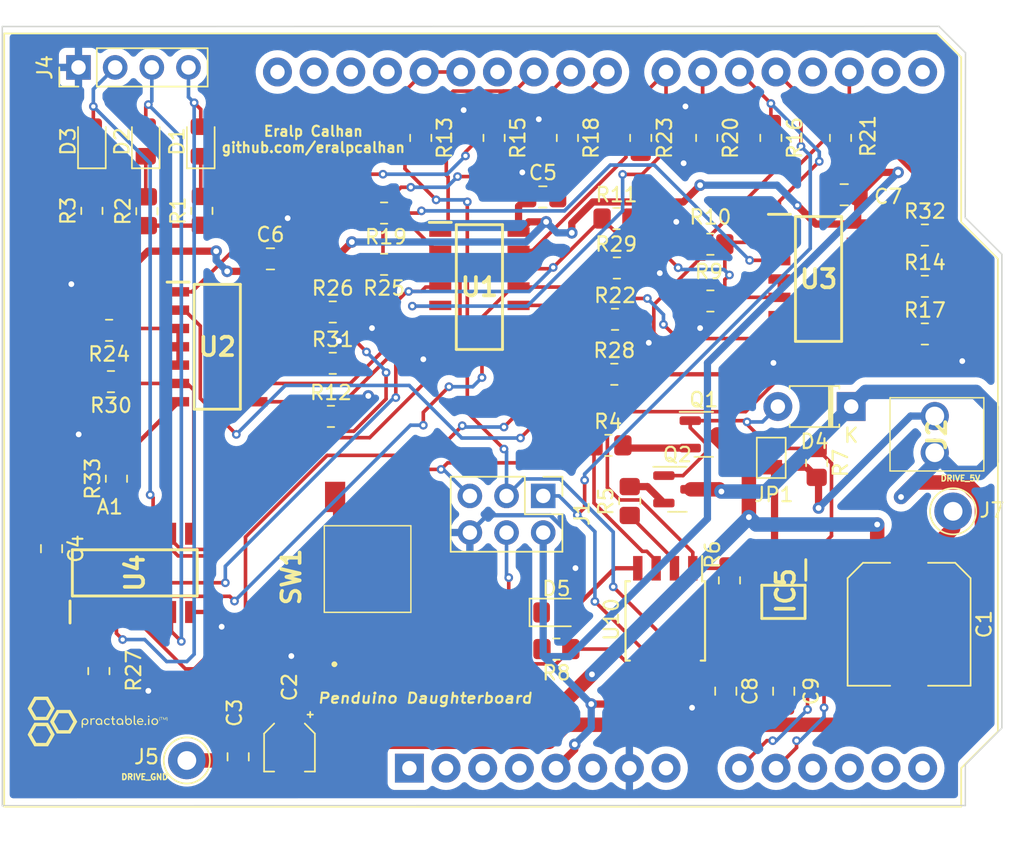
<source format=kicad_pcb>
(kicad_pcb (version 20211014) (generator pcbnew)
  (title_block (title "Driver Daughterboard") (date "2022-06-15") (rev "0"))
  (layers (0 "F.Cu" signal) (31 "B.Cu" signal) (34 "B.Paste" user) (35 "F.Paste" user) (36 "B.SilkS" user "B.Silkscreen") (37 "F.SilkS" user "F.Silkscreen") (38 "B.Mask" user) (39 "F.Mask" user) (44 "Edge.Cuts" user))
  (net 0 "")
  (net 1 "Net-(D1-Pad1)")
  (net 2 "Net-(D2-Pad1)")
  (net 3 "Net-(D3-Pad1)")
  (net 4 "SUP_LED_1")
  (net 5 "SUP_LED_2")
  (net 6 "STU_LED_1")
  (net 7 "STU_LED_2")
  (net 8 "SUP_LED_3")
  (net 9 "STU_LED_3")
  (net 10 "Net-(J1-Pad4)")
  (net 11 "Net-(Q1-Pad2)")
  (net 30 "Net-(J1-Pad5)")
  (net 31 "STUDENT_ENABLE")
  (net 32 "Net-(Q2-Pad2)")
  (net 33 "D_5V")
  (net 34 "D_GND")
  (net 35 "CURRENT_SENSE_OUT")
  (net 36 "LOAD_INPUT")
  (net 37 "DRIVE_INPUT")
  (net 38 "DRIVE_5V")
  (net 39 "DRIVE_GND")
  (net 42 "CURRENT_SIGN_OUT")
  (net 43 "Net-(IC5-Pad1)")
  (net 44 "Net-(J2-Pad2)")
  (net 45 "Net-(D1-Pad2)")
  (net 46 "Net-(D2-Pad2)")
  (net 47 "Net-(D3-Pad2)")
  (net 48 "Net-(D5-Pad1)")
  (net 49 "Net-(U2-Pad2)")
  (net 50 "Net-(U1-Pad2)")
  (net 51 "Net-(U1-Pad10)")
  (net 52 "Net-(U2-Pad4)")
  (net 53 "Net-(U1-Pad3)")
  (net 54 "Net-(U2-Pad12)")
  (net 55 "Net-(U1-Pad6)")
  (net 56 "Net-(U4-Pad4)")
  (net 57 "Net-(U4-Pad5)")
  (net 58 "Net-(U4-Pad9)")
  (net 59 "Net-(R32-Pad1)")
  (net 60 "Net-(U4-Pad12)")
  (net 63 "Net-(IC5-Pad3)")
  (net 64 "Net-(IC5-Pad6)")
  (net 65 "Net-(R30-Pad1)")
  (net 66 "DRIVE_OUT")
  (net 67 "LOAD_OUT")
  (footprint "Capacitor_SMD:C_0805_2012Metric_Pad1.18x1.45mm_HandSolder" (layer "F.Cu") (at 109.6772 70.8914)
    (fp_text reference "C6")
    (fp_text value "0.1uF")
  )
  (footprint "NetTie:NetTie-2_SMD_Pad0.5mm" (layer "F.Cu") (at 144.6022 90.3224 -90)
    (fp_text reference "NT1" hide)
    (fp_text value "NetTie_2")
  )
  (footprint "Resistor_SMD:R_0805_2012Metric_Pad1.20x1.40mm_HandSolder" (layer "F.Cu") (at 97.3074 67.5644 90)
    (fp_text reference "R3")
    (fp_text value "680")
  )
  (footprint "Package_TO_SOT_SMD:SOT-23" (layer "F.Cu") (at 137.8712 86.868)
    (fp_text reference "Q2")
    (fp_text value "BC547")
  )
  (footprint "Resistor_SMD:R_0805_2012Metric_Pad1.20x1.40mm_HandSolder" (layer "F.Cu") (at 135.3312 62.5094 -90)
    (fp_text reference "R23")
    (fp_text value "10k")
  )
  (footprint "Connector_PinHeader_2.54mm:PinHeader_1x04_P2.54mm_Vertical" (layer "F.Cu") (at 96.38 57.62 90)
    (fp_text reference "J4")
    (fp_text value "Conn_01x04")
  )
  (footprint "Resistor_SMD:R_0805_2012Metric_Pad1.20x1.40mm_HandSolder" (layer "F.Cu") (at 130.2512 62.5094 -90)
    (fp_text reference "R18")
    (fp_text value "10k")
  )
  (footprint "Resistor_SMD:R_0805_2012Metric_Pad1.20x1.40mm_HandSolder" (layer "F.Cu") (at 133.6548 68.0974)
    (fp_text reference "R11")
    (fp_text value "10k")
  )
  (footprint "Package_SO:SOIC127P600X175-14N" (layer "F.Cu") (at 124.1552 72.8472)
    (fp_text reference "U1")
    (fp_text value "4081" hide)
  )
  (footprint "Resistor_SMD:R_0805_2012Metric_Pad1.20x1.40mm_HandSolder" (layer "F.Cu") (at 140.1572 73.8124 180)
    (fp_text reference "R9")
    (fp_text value "10k")
  )
  (footprint "Capacitor_SMD:C_0805_2012Metric_Pad1.18x1.45mm_HandSolder" (layer "F.Cu") (at 128.5494 66.5988)
    (fp_text reference "C5")
    (fp_text value "0.1uF")
  )
  (footprint "Package_SO:SOIC127P600X175-14N" (layer "F.Cu") (at 105.9942 76.9874)
    (fp_text reference "U2")
    (fp_text value "4011" hide)
  )
  (footprint "Capacitor_SMD:C_0805_2012Metric_Pad1.18x1.45mm_HandSolder" (layer "F.Cu") (at 141.224 100.8595 -90)
    (fp_text reference "C8")
    (fp_text value "100nF")
  )
  (footprint "Package_TO_SOT_SMD:SOT-23" (layer "F.Cu") (at 139.7 83.058)
    (fp_text reference "Q1")
    (fp_text value "BC557")
  )
  (footprint "Resistor_SMD:R_0805_2012Metric_Pad1.20x1.40mm_HandSolder" (layer "F.Cu") (at 113.9952 78.1304)
    (fp_text reference "R31")
    (fp_text value "10k")
  )
  (footprint "NetTie:NetTie-2_SMD_Pad0.5mm" (layer "F.Cu") (at 143.3322 98.7044 180)
    (fp_text reference "NT2" hide)
    (fp_text value "NetTie_2")
  )
  (footprint "Resistor_SMD:R_0805_2012Metric_Pad1.20x1.40mm_HandSolder" (layer "F.Cu") (at 155.0162 76.0984)
    (fp_text reference "R17")
    (fp_text value "10k")
  )
  (footprint "Resistor_SMD:R_0805_2012Metric_Pad1.20x1.40mm_HandSolder" (layer "F.Cu") (at 101.1174 67.5894 90)
    (fp_text reference "R2")
    (fp_text value "330")
  )
  (footprint "Capacitor_SMD:C_0805_2012Metric_Pad1.18x1.45mm_HandSolder" (layer "F.Cu") (at 107.442 105.41 -90)
    (fp_text reference "C3")
    (fp_text value "0.1u")
  )
  (footprint "Jumper:SolderJumper-2_P1.3mm_Open_Pad1.0x1.5mm" (layer "F.Cu") (at 144.3736 84.6836 -90)
    (fp_text reference "JP1")
    (fp_text value "Shunt Bypass")
  )
  (footprint "Resistor_SMD:R_0805_2012Metric_Pad1.20x1.40mm_HandSolder" (layer "F.Cu") (at 147.5232 85.0392 -90)
    (fp_text reference "R7")
    (fp_text value "10R")
  )
  (footprint "Resistor_SMD:R_0805_2012Metric_Pad1.20x1.40mm_HandSolder" (layer "F.Cu") (at 149.1742 62.5094 -90)
    (fp_text reference "R21")
    (fp_text value "10k")
  )
  (footprint "Capacitor_SMD:C_0805_2012Metric_Pad1.18x1.45mm_HandSolder" (layer "F.Cu") (at 145.2372 100.8634 -90)
    (fp_text reference "C9")
    (fp_text value "0.1uF")
  )
  (footprint "Resistor_SMD:R_0805_2012Metric_Pad1.20x1.40mm_HandSolder" (layer "F.Cu") (at 117.5512 67.7164 180)
    (fp_text reference "R19")
    (fp_text value "10k")
  )
  (footprint "Resistor_SMD:R_0805_2012Metric_Pad1.20x1.40mm_HandSolder" (layer "F.Cu") (at 155.0162 72.7964)
    (fp_text reference "R14")
    (fp_text value "10k")
  )
  (footprint "Resistor_SMD:R_0805_2012Metric_Pad1.20x1.40mm_HandSolder" (layer "F.Cu") (at 139.9032 62.5094 -90)
    (fp_text reference "R20")
    (fp_text value "10k")
  )
  (footprint "LED_SMD:LED_0805_2012Metric_Pad1.15x1.40mm_HandSolder" (layer "F.Cu") (at 104.8512 62.7544 90)
    (fp_text reference "D1")
    (fp_text value "LED")
  )
  (footprint "Resistor_SMD:R_0805_2012Metric_Pad1.20x1.40mm_HandSolder" (layer "F.Cu") (at 113.8682 81.8134)
    (fp_text reference "R12")
    (fp_text value "10k")
  )
  (footprint "Capacitor_SMD:CP_Elec_3x5.3" (layer "F.Cu") (at 110.998 104.672 -90)
    (fp_text reference "C2")
    (fp_text value "10u")
  )
  (footprint "LED_SMD:LED_0805_2012Metric_Pad1.15x1.40mm_HandSolder" (layer "F.Cu") (at 97.3074 62.7544 90)
    (fp_text reference "D3")
    (fp_text value "LED")
  )
  (footprint "Package_SO:SOIC127P600X175-14N" (layer "F.Cu") (at 147.6502 72.2884)
    (fp_text reference "U3")
    (fp_text value "4011" hide)
  )
  (footprint "Diode_THT:D_T-1_P5.08mm_Horizontal" (layer "F.Cu") (at 149.9108 81.1276 180)
    (fp_text reference "D4")
    (fp_text value "1N4002")
  )
  (footprint "Resistor_SMD:R_0805_2012Metric_Pad1.20x1.40mm_HandSolder" (layer "F.Cu") (at 97.79 99.4664 -90)
    (fp_text reference "R27")
    (fp_text value "10k")
  )
  (footprint "Resistor_SMD:R_0805_2012Metric_Pad1.20x1.40mm_HandSolder" (layer "F.Cu") (at 140.1572 69.8754 180)
    (fp_text reference "R10")
    (fp_text value "10k")
  )
  (footprint "Package_SO:SOIC127P600X175-14N" (layer "F.Cu") (at 100.2792 92.6592 90)
    (fp_text reference "U4")
    (fp_text value "4071" hide)
  )
  (footprint "Resistor_SMD:R_0805_2012Metric_Pad1.20x1.40mm_HandSolder" (layer "F.Cu") (at 141.478 93.1805 -90)
    (fp_text reference "R6")
    (fp_text value "100k")
  )
  (footprint "LED_SMD:LED_0805_2012Metric_Pad1.15x1.40mm_HandSolder" (layer "F.Cu") (at 101.0412 62.7544 90)
    (fp_text reference "D2")
    (fp_text value "LED")
  )
  (footprint "000_Graphics_Immo:practactable.io_text_10x4" (layer "F.Cu") (at 97.663 102.997)
    (fp_text reference "G***" hide)
    (fp_text value "LOGO" hide)
  )
  (footprint "Resistor_SMD:R_0805_2012Metric_Pad1.20x1.40mm_HandSolder" (layer "F.Cu") (at 129.4892 97.9424 180)
    (fp_text reference "R8")
    (fp_text value "680")
  )
  (footprint "Resistor_SMD:R_0805_2012Metric_Pad1.20x1.40mm_HandSolder" (layer "F.Cu") (at 98.6282 79.4004 180)
    (fp_text reference "R30")
    (fp_text value "10k")
  )
  (footprint "Package_SO:SOIC-8W_5.3x5.3mm_P1.27mm" (layer "F.Cu") (at 137.033 95.9905 -90)
    (fp_text reference "U10")
    (fp_text value "ATtiny85-20S")
  )
  (footprint "Resistor_SMD:R_0805_2012Metric_Pad1.20x1.40mm_HandSolder" (layer "F.Cu") (at 133.5532 75.0824)
    (fp_text reference "R22")
    (fp_text value "10k")
  )
  (footprint "Connector_PinHeader_2.54mm:PinHeader_2x03_P2.54mm_Vertical" (layer "F.Cu") (at 128.5748 87.3252 -90)
    (fp_text reference "J1")
    (fp_text value "AVR-ISP-6")
  )
  (footprint "Audio_Module:Infineon Motor Sheild hiddenPins" (layer "F.Cu") (at 99.6188 86.5124 90)
    (fp_text reference "A1")
    (fp_text value "Infineon Motor Shield MOD" hide)
  )
  (footprint "Resistor_SMD:R_0805_2012Metric_Pad1.20x1.40mm_HandSolder" (layer "F.Cu") (at 98.5012 75.8444 180)
    (fp_text reference "R24")
    (fp_text value "10k")
  )
  (footprint "LED_SMD:LED_0805_2012Metric_Pad1.15x1.40mm_HandSolder" (layer "F.Cu") (at 129.4892 95.4024)
    (fp_text reference "D5")
    (fp_text value "LED")
  )
  (footprint "Resistor_SMD:R_0805_2012Metric_Pad1.20x1.40mm_HandSolder" (layer "F.Cu") (at 134.5692 87.6808 -90)
    (fp_text reference "R5")
    (fp_text value "2k2")
  )
  (footprint "Resistor_SMD:R_0805_2012Metric_Pad1.20x1.40mm_HandSolder" (layer "F.Cu") (at 133.096 83.82 180)
    (fp_text reference "R4")
    (fp_text value "2k2")
  )
  (footprint "Connector_Pin:Pin_D1.3mm_L11.0mm" (layer "F.Cu") (at 156.972 88.392 -90)
    (fp_text reference "J7")
    (fp_text value "DRIVE_5V_IN")
  )
  (footprint "Connector_Pin:Pin_D1.3mm_L11.0mm" (layer "F.Cu") (at 103.886 105.664 -90)
    (fp_text reference "J5")
    (fp_text value "DRIVE_GND")
  )
  (footprint "Resistor_SMD:R_0805_2012Metric_Pad1.20x1.40mm_HandSolder" (layer "F.Cu") (at 155.0162 69.2404)
    (fp_text reference "R32")
    (fp_text value "10k")
  )
  (footprint "Capacitor_SMD:C_Elec_8x10.2" (layer "F.Cu") (at 153.924 96.222 -90)
    (fp_text reference "C1")
    (fp_text value "470u")
  )
  (footprint "Capacitor_SMD:C_0805_2012Metric_Pad1.18x1.45mm_HandSolder" (layer "F.Cu") (at 94.5134 90.9828 -90)
    (fp_text reference "C4")
    (fp_text value "0.1uF")
  )
  (footprint "Resistor_SMD:R_0805_2012Metric_Pad1.20x1.40mm_HandSolder" (layer "F.Cu") (at 113.9952 74.5744)
    (fp_text reference "R26")
    (fp_text value "10k")
  )
  (footprint "Button_Switch_SMD:13019319" (layer "F.Cu") (at 116.4082 93.2434 90)
    (fp_text reference "SW1")
    (fp_text value "SW_Push" hide)
  )
  (footprint "Connector_Molex:RSPROPenduinoTerminal" (layer "F.Cu") (at 155.702 84.328 90)
    (fp_text reference "J2")
    (fp_text value "Coil" hide)
  )
  (footprint "Resistor_SMD:R_0805_2012Metric_Pad1.20x1.40mm_HandSolder" (layer "F.Cu") (at 144.3482 62.5094 -90)
    (fp_text reference "R16")
    (fp_text value "10k")
  )
  (footprint "Resistor_SMD:R_0805_2012Metric_Pad1.20x1.40mm_HandSolder" (layer "F.Cu") (at 104.9274 67.5644 90)
    (fp_text reference "R1")
    (fp_text value "330")
  )
  (footprint "Resistor_SMD:R_0805_2012Metric_Pad1.20x1.40mm_HandSolder" (layer "F.Cu") (at 120.0912 62.5094 -90)
    (fp_text reference "R13")
    (fp_text value "10k")
  )
  (footprint "Resistor_SMD:R_0805_2012Metric_Pad1.20x1.40mm_HandSolder" (layer "F.Cu") (at 133.5024 78.8924)
    (fp_text reference "R28")
    (fp_text value "10k")
  )
  (footprint "Resistor_SMD:R_0805_2012Metric_Pad1.20x1.40mm_HandSolder" (layer "F.Cu") (at 99.0092 86.1314 90)
    (fp_text reference "R33")
    (fp_text value "10k")
  )
  (footprint "Resistor_SMD:R_0805_2012Metric_Pad1.20x1.40mm_HandSolder" (layer "F.Cu") (at 125.1712 62.5094 -90)
    (fp_text reference "R15")
    (fp_text value "10k")
  )
  (footprint "Resistor_SMD:R_0805_2012Metric_Pad1.20x1.40mm_HandSolder" (layer "F.Cu") (at 133.6802 71.5264)
    (fp_text reference "R29")
    (fp_text value "10k")
  )
  (footprint "Resistor_SMD:R_0805_2012Metric_Pad1.20x1.40mm_HandSolder" (layer "F.Cu") (at 117.5512 71.2724 180)
    (fp_text reference "R25")
    (fp_text value "10k")
  )
  (footprint "Sensor_Current:SOP65P490X110-8N" (layer "F.Cu") (at 145.217 94.668 -90)
    (fp_text reference "IC5")
    (fp_text value "MAX9928FAUA+" hide)
  )
  (footprint "Capacitor_SMD:C_0805_2012Metric_Pad1.18x1.45mm_HandSolder" (layer "F.Cu") (at 149.4282 66.4464 180)
    (fp_text reference "C7")
    (fp_text value "0.1uF")
  )
  (gr_line (start 156.012 54.796) (end 155.992 54.776) (layer "Edge.Cuts") (width 0.1))
  (gr_line (start 157.822 105.966) (end 160.352 103.416) (layer "Edge.Cuts") (width 0.1))
  (gr_line (start 160.352 103.416) (end 160.352 70.576) (layer "Edge.Cuts") (width 0.1))
  (gr_line (start 160.352 70.576) (end 157.812 68.036) (layer "Edge.Cuts") (width 0.1))
  (gr_line (start 157.812 68.036) (end 157.832 56.606) (layer "Edge.Cuts") (width 0.1))
  (gr_line (start 91.102 108.776) (end 91.102 108.796) (layer "Edge.Cuts") (width 0.1))
  (gr_line (start 91.102 108.796) (end 157.802 108.786) (layer "Edge.Cuts") (width 0.1))
  (gr_line (start 157.802 108.786) (end 157.822 108.786) (layer "Edge.Cuts") (width 0.1))
  (gr_line (start 91.102 54.786) (end 91.102 108.776) (layer "Edge.Cuts") (width 0.1))
  (gr_line (start 157.822 108.786) (end 157.822 105.966) (layer "Edge.Cuts") (width 0.1))
  (gr_line (start 155.992 54.776) (end 91.102 54.786) (layer "Edge.Cuts") (width 0.1))
  (gr_line (start 157.832 56.606) (end 156.012 54.796) (layer "Edge.Cuts") (width 0.1))
  (gr_text "Penduino Daughterboard" (at 120.396 101.346) (layer "F.SilkS") (effects (font (size 0.7 0.8) (thickness 0.15) italic)))
  (gr_text "Eralp Calhan\ngithub.com/eralpcalhan\n" (at 112.649 62.611) (layer "F.SilkS") (effects (font (size 0.7 0.7))))
  (gr_text "DRIVE_GND" (at 100.965 106.807) (layer "F.SilkS") (effects (font (size 0.4 0.4) (thickness 0.1))))
  (gr_text "DRIVE_5V" (at 157.48 86.106) (layer "F.SilkS") (effects (font (size 0.4 0.4) (thickness 0.1))))
  (segment (start 104.8512 63.7794) (end 104.8512 66.4882) (width 0.25) (layer "F.Cu") (net 1))
  (segment (start 104.8512 66.4882) (end 104.9274 66.5644) (width 0.25) (layer "F.Cu") (net 1))
  (segment (start 101.0412 66.5132) (end 101.1174 66.5894) (width 0.25) (layer "F.Cu") (net 2))
  (segment (start 101.0412 63.7794) (end 101.0412 66.5132) (width 0.25) (layer "F.Cu") (net 2))
  (segment (start 97.3074 63.7794) (end 97.3074 66.5644) (width 0.25) (layer "F.Cu") (net 3))
  (segment (start 122.338689 59.261911) (end 126.619289 59.261911) (width 0.25) (layer "F.Cu") (net 4))
  (segment (start 121.86151 63.206597) (end 125.806196 59.261911) (width 0.25) (layer "F.Cu") (net 4))
  (segment (start 121.98851 65.218806) (end 121.86151 65.091806) (width 0.25) (layer "F.Cu") (net 4))
  (segment (start 121.4432 69.0372) (end 121.98851 68.49189) (width 0.25) (layer "F.Cu") (net 4))
  (segment (start 120.0912 61.5094) (end 122.338689 59.261911) (width 0.25) (layer "F.Cu") (net 4))
  (segment (start 126.619289 59.261911) (end 127.9438 57.9374) (width 0.25) (layer "F.Cu") (net 4))
  (segment (start 125.806196 59.261911) (end 126.619289 59.261911) (width 0.25) (layer "F.Cu") (net 4))
  (segment (start 121.98851 68.49189) (end 121.98851 65.218806) (width 0.25) (layer "F.Cu") (net 4))
  (segment (start 121.86151 65.091806) (end 121.86151 63.206597) (width 0.25) (layer "F.Cu") (net 4))
  (segment (start 149.1742 61.5094) (end 149.7838 60.8998) (width 0.25) (layer "F.Cu") (net 5))
  (segment (start 136.190099 77.432501) (end 136.614501 77.008099) (width 0.25) (layer "F.Cu") (net 5))
  (segment (start 127.3047 75.3872) (end 129.7685 77.851) (width 0.25) (layer "F.Cu") (net 5))
  (segment (start 136.614501 77.008099) (end 136.614501 76.407901) (width 0.25) (layer "F.Cu") (net 5))
  (segment (start 146.24968 64.43392) (end 149.1742 61.5094) (width 0.25) (layer "F.Cu") (net 5))
  (segment (start 126.8672 75.3872) (end 127.3047 75.3872) (width 0.25) (layer "F.Cu") (net 5))
  (segment (start 136.23751 74.07449) (end 139.41208 70.89992) (width 0.25) (layer "F.Cu") (net 5))
  (segment (start 149.7838 60.8998) (end 149.7838 57.9374) (width 0.25) (layer "F.Cu") (net 5))
  (segment (start 140.23268 70.412413) (end 140.23268 69.187427) (width 0.25) (layer "F.Cu") (net 5))
  (segment (start 144.986187 64.43392) (end 146.24968 64.43392) (width 0.25) (layer "F.Cu") (net 5))
  (segment (start 136.23751 76.03091) (end 136.23751 74.07449) (width 0.25) (layer "F.Cu") (net 5))
  (segment (start 136.614501 76.407901) (end 136.23751 76.03091) (width 0.25) (layer "F.Cu") (net 5))
  (segment (start 129.7685 77.851) (end 135.171402 77.851) (width 0.25) (layer "F.Cu") (net 5))
  (segment (start 139.41208 70.89992) (end 139.745173 70.89992) (width 0.25) (layer "F.Cu") (net 5))
  (segment (start 139.745173 70.89992) (end 140.23268 70.412413) (width 0.25) (layer "F.Cu") (net 5))
  (segment (start 135.589901 77.432501) (end 136.190099 77.432501) (width 0.25) (layer "F.Cu") (net 5))
  (segment (start 140.23268 69.187427) (end 144.986187 64.43392) (width 0.25) (layer "F.Cu") (net 5))
  (segment (start 135.171402 77.851) (end 135.589901 77.432501) (width 0.25) (layer "F.Cu") (net 5))
  (segment (start 139.6238 61.23) (end 139.6238 57.9374) (width 0.25) (layer "F.Cu") (net 6))
  (segment (start 139.6238 60.829293) (end 135.416593 65.0365) (width 0.25) (layer "F.Cu") (net 6))
  (segment (start 121.3924 74.168) (end 121.4432 74.1172) (width 0.25) (layer "F.Cu") (net 6))
  (segment (start 139.6238 57.9374) (end 139.6238 60.829293) (width 0.25) (layer "F.Cu") (net 6))
  (segment (start 135.416593 65.0365) (end 134.07737 65.0365) (width 0.25) (layer "F.Cu") (net 6))
  (segment (start 119.507 74.168) (end 121.3924 74.168) (width 0.25) (layer "F.Cu") (net 6))
  (segment (start 139.9032 61.5094) (end 139.6238 61.23) (width 0.25) (layer "F.Cu") (net 6))
  (via (at 119.507 74.168) (size 0.6) (drill 0.3) (layers "F.Cu" "B.Cu") (net 6))
  (via (at 134.07737 65.0365) (size 0.6) (drill 0.3) (layers "F.Cu" "B.Cu") (net 6))
  (segment (start 134.07737 67.558009) (end 134.07737 65.0365) (width 0.25) (layer "B.Cu") (net 6))
  (segment (start 127.467379 74.168) (end 134.07737 67.558009) (width 0.25) (layer "B.Cu") (net 6))
  (segment (start 119.507 74.168) (end 127.467379 74.168) (width 0.25) (layer "B.Cu") (net 6))
  (segment (start 126.8672 70.3072) (end 127.843249 70.3072) (width 0.25) (layer "F.Cu") (net 7))
  (segment (start 135.3312 61.5094) (end 137.0838 59.7568) (width 0.25) (layer "F.Cu") (net 7))
  (segment (start 127.843249 70.3072) (end 134.30668 63.843769) (width 0.25) (layer "F.Cu") (net 7))
  (segment (start 137.0838 59.7568) (end 137.0838 57.9374) (width 0.25) (layer "F.Cu") (net 7))
  (segment (start 134.30668 60.71452) (end 137.0838 57.9374) (width 0.25) (layer "F.Cu") (net 7))
  (segment (start 134.30668 63.843769) (end 134.30668 60.71452) (width 0.25) (layer "F.Cu") (net 7))
  (segment (start 126.9118 61.5094) (end 130.4838 57.9374) (width 0.25) (layer "F.Cu") (net 8))
  (segment (start 112.3864 65.024) (end 104.233 73.1774) (width 0.25) (layer "F.Cu") (net 8))
  (segment (start 125.1712 61.5094) (end 126.9118 61.5094) (width 0.25) (layer "F.Cu") (net 8))
  (segment (start 117.475 65.024) (end 112.3864 65.024) (width 0.25) (layer "F.Cu") (net 8))
  (segment (start 104.233 73.1774) (end 103.2822 73.1774) (width 0.25) (layer "F.Cu") (net 8))
  (segment (start 125.1712 61.5094) (end 123.19 63.4906) (width 0.25) (layer "F.Cu") (net 8))
  (segment (start 123.19 63.4906) (end 123.19 63.754) (width 0.25) (layer "F.Cu") (net 8))
  (via (at 117.475 65.024) (size 0.6) (drill 0.3) (layers "F.Cu" "B.Cu") (net 8))
  (via (at 123.19 63.754) (size 0.6) (drill 0.3) (layers "F.Cu" "B.Cu") (net 8))
  (segment (start 123.19 63.754) (end 121.92 65.024) (width 0.25) (layer "B.Cu") (net 8))
  (segment (start 121.92 65.024) (end 117.475 65.024) (width 0.25) (layer "B.Cu") (net 8))
  (segment (start 117.47572 77.262373) (end 117.47572 67.179387) (width 0.25) (layer "F.Cu") (net 9))
  (segment (start 125.773657 65.187543) (end 122.639635 65.187543) (width 0.25) (layer "F.Cu") (net 9))
  (segment (start 115.210693 79.5274) (end 117.47572 77.262373) (width 0.25) (layer "F.Cu") (net 9))
  (segment (start 108.7062 79.5274) (end 115.210693 79.5274) (width 0.25) (layer "F.Cu") (net 9))
  (segment (start 130.2512 60.71) (end 133.0238 57.9374) (width 0.25) (layer "F.Cu") (net 9))
  (segment (start 133.0238 57.9374) (end 125.773657 65.187543) (width 0.25) (layer "F.Cu") (net 9))
  (segment (start 130.2512 61.5094) (end 130.2512 60.71) (width 0.25) (layer "F.Cu") (net 9))
  (segment (start 118.725835 65.929272) (end 119.402095 65.929272) (width 0.25) (layer "F.Cu") (net 9))
  (segment (start 117.47572 67.179387) (end 118.725835 65.929272) (width 0.25) (layer "F.Cu") (net 9))
  (via (at 119.402095 65.929272) (size 0.6) (drill 0.3) (layers "F.Cu" "B.Cu") (net 9))
  (via (at 122.639635 65.187543) (size 0.6) (drill 0.3) (layers "F.Cu" "B.Cu") (net 9))
  (segment (start 121.897906 65.929272) (end 122.639635 65.187543) (width 0.25) (layer "B.Cu") (net 9))
  (segment (start 119.402095 65.929272) (end 121.897906 65.929272) (width 0.25) (layer "B.Cu") (net 9))
  (segment (start 127.901227 98.96692) (end 129.46468 98.96692) (width 0.25) (layer "F.Cu") (net 10))
  (segment (start 130.4892 97.9424) (end 133.4299 97.9424) (width 0.25) (layer "F.Cu") (net 10))
  (segment (start 126.1872 97.252893) (end 127.901227 98.96692) (width 0.25) (layer "F.Cu") (net 10))
  (segment (start 129.46468 98.96692) (end 130.4892 97.9424) (width 0.25) (layer "F.Cu") (net 10))
  (segment (start 126.1872 92.9894) (end 126.1872 97.252893) (width 0.25) (layer "F.Cu") (net 10))
  (segment (start 133.4299 97.9424) (end 135.128 99.6405) (width 0.25) (layer "F.Cu") (net 10))
  (via (at 126.1872 92.9894) (size 0.6) (drill 0.3) (layers "F.Cu" "B.Cu") (net 10))
  (segment (start 126.0348 89.8652) (end 126.0348 92.837) (width 0.25) (layer "B.Cu") (net 10))
  (segment (start 126.0348 92.837) (end 126.1872 92.9894) (width 0.25) (layer "B.Cu") (net 10))
  (segment (start 134.284 84.008) (end 134.096 83.82) (width 0.5) (layer "F.Cu") (net 11))
  (segment (start 138.7625 84.008) (end 134.284 84.008) (width 0.5) (layer "F.Cu") (net 11))
  (segment (start 131.508027 82.79548) (end 129.271997 85.03151) (width 0.25) (layer "F.Cu") (net 30))
  (segment (start 135.30282 87.60532) (end 133.881227 87.60532) (width 0.25) (layer "F.Cu") (net 30))
  (segment (start 133.02052 86.744613) (end 133.02052 83.132027) (width 0.25) (layer "F.Cu") (net 30))
  (segment (start 133.881227 87.60532) (end 133.02052 86.744613) (width 0.25) (layer "F.Cu") (net 30))
  (segment (start 118.6582 87.3934) (end 118.6582 97.3934) (width 0.25) (layer "F.Cu") (net 30))
  (segment (start 118.6582 87.3934) (end 120.56515 85.48645) (width 0.25) (layer "F.Cu") (net 30))
  (segment (start 138.938 91.2405) (end 135.30282 87.60532) (width 0.25) (layer "F.Cu") (net 30))
  (segment (start 141.318 92.3405) (end 138.938 92.3405) (width 0.25) (layer "F.Cu") (net 30))
  (segment (start 138.938 92.3405) (end 138.938 91.2405) (width 0.25) (layer "F.Cu") (net 30))
  (segment (start 132.683973 82.79548) (end 131.508027 82.79548) (width 0.25) (layer "F.Cu") (net 30))
  (segment (start 141.478 92.1805) (end 141.318 92.3405) (width 0.25) (layer "F.Cu") (net 30))
  (segment (start 120.56515 85.48645) (end 121.498589 85.48645) (width 0.25) (layer "F.Cu") (net 30))
  (segment (start 133.02052 83.132027) (end 132.683973 82.79548) (width 0.25) (layer "F.Cu") (net 30))
  (segment (start 121.953529 85.03151) (end 121.498589 85.48645) (width 0.25) (layer "F.Cu") (net 30))
  (segment (start 129.271997 85.03151) (end 121.953529 85.03151) (width 0.25) (layer "F.Cu") (net 30))
  (via (at 121.498589 85.48645) (size 0.6) (drill 0.3) (layers "F.Cu" "B.Cu") (net 30))
  (segment (start 121.65605 85.48645) (end 121.498589 85.48645) (width 0.25) (layer "B.Cu") (net 30))
  (segment (start 123.4948 87.3252) (end 121.65605 85.48645) (width 0.25) (layer "B.Cu") (net 30))
  (segment (start 144.9382 72.2884) (end 144.9382 73.5584) (width 0.25) (layer "F.Cu") (net 31))
  (segment (start 136.770911 70.349911) (end 137.924911 71.503911) (width 0.25) (layer "F.Cu") (net 31))
  (segment (start 121.4432 72.8472) (end 120.4307 72.8472) (width 0.25) (layer "F.Cu") (net 31))
  (segment (start 120.4307 72.8472) (end 120.1259 73.152) (width 0.25) (layer "F.Cu") (net 31))
  (segment (start 153.2542 73.5584) (end 154.0162 72.7964) (width 0.25) (layer "F.Cu") (net 31))
  (segment (start 118.364 77.216) (end 114.79112 80.78888) (width 0.25) (layer "F.Cu") (net 31))
  (segment (start 132.6548 68.0974) (end 129.2686 71.4836) (width 0.25) (layer "F.Cu") (net 31))
  (segment (start 108.7062 80.7974) (end 111.8522 80.7974) (width 0.25) (layer "F.Cu") (net 31))
  (segment (start 141.2842 69.7484) (end 144.9382 69.7484) (width 0.25) (layer "F.Cu") (net 31))
  (segment (start 111.8522 80.7974) (end 112.8682 81.8134) (width 0.25) (layer "F.Cu") (net 31))
  (segment (start 150.3622 73.5584) (end 150.3622 74.8284) (width 0.25) (layer "F.Cu") (net 31))
  (segment (start 144.9382 68.4784) (end 144.9382 66.8978) (width 0.25) (layer "F.Cu") (net 31))
  (segment (start 141.1572 72.3298) (end 141.478 72.009) (width 0.25) (layer "F.Cu") (net 31))
  (segment (start 119.253 73.152) (end 119.126 73.152) (width 0.25) (layer "F.Cu") (net 31))
  (segment (start 144.3482 61.5094) (end 144.3482 60.1218) (width 0.25) (layer "F.Cu") (net 31))
  (segment (start 144.3482 60.1218) (end 142.1638 57.9374) (width 0.25) (layer "F.Cu") (net 31))
  (segment (start 134.907311 70.349911) (end 136.770911 70.349911) (width 0.25) (layer "F.Cu") (net 31))
  (segment (start 141.1572 71.6882) (end 141.478 72.009) (width 0.25) (layer "F.Cu") (net 31))
  (segment (start 144.9382 66.8978) (end 147.701 64.135) (width 0.25) (layer "F.Cu") (net 31))
  (segment (start 141.1572 69.8754) (end 141.1572 71.6882) (width 0.25) (layer "F.Cu") (net 31))
  (segment (start 141.4112 73.5584) (end 141.1572 73.8124) (width 0.25) (layer "F.Cu") (net 31))
  (segment (start 120.1259 73.152) (end 119.253 73.152) (width 0.25) (layer "F.Cu") (net 31))
  (segment (start 132.6548 68.0974) (end 134.907311 70.349911) (width 0.25) (layer "F.Cu") (net 31))
  (segment (start 150.3622 73.5584) (end 153.2542 73.5584) (width 0.25) (layer "F.Cu") (net 31))
  (segment (start 118.364 73.914) (end 118.364 77.216) (width 0.25) (layer "F.Cu") (net 31))
  (segment (start 114.79112 80.78888) (end 113.89272 80.78888) (width 0.25) (layer "F.Cu") (net 31))
  (segment (start 144.9382 73.5584) (end 141.4112 73.5584) (width 0.25) (layer "F.Cu") (net 31))
  (segment (start 141.1572 73.8124) (end 141.1572 72.3298) (width 0.25) (layer "F.Cu") (net 31))
  (segment (start 144.9382 68.4784) (end 144.9382 69.7484) (width 0.25) (layer "F.Cu") (net 31))
  (segment (start 129.175 71.5772) (end 126.8672 71.5772) (width 0.25) (layer "F.Cu") (net 31))
  (segment (start 113.89272 80.78888) (end 112.8682 81.8134) (width 0.25) (layer "F.Cu") (net 31))
  (segment (start 119.126 73.152) (end 118.364 73.914) (width 0.25) (layer "F.Cu") (net 31))
  (segment (start 144.9382 73.5584) (end 150.3622 73.5584) (width 0.25) (layer "F.Cu") (net 31))
  (segment (start 129.2686 71.4836) (end 129.175 71.5772) (width 0.25) (layer "F.Cu") (net 31))
  (segment (start 141.1572 69.8754) (end 141.2842 69.7484) (width 0.25) (layer "F.Cu") (net 31))
  (via (at 141.478 72.009) (size 0.6) (drill 0.3) (layers "F.Cu" "B.Cu") (net 31))
  (via (at 144.3482 60.1218) (size 0.6) (drill 0.3) (layers "F.Cu" "B.Cu") (net 31))
  (via (at 137.924911 71.503911) (size 0.6) (drill 0.3) (layers "F.Cu" "B.Cu") (net 31))
  (via (at 147.701 64.135) (size 0.6) (drill 0.3) (layers "F.Cu" "B.Cu") (net 31))
  (via (at 119.253 73.152) (size 0.6) (drill 0.3) (layers "F.Cu" "B.Cu") (net 31))
  (via (at 129.2686 71.4836) (size 0.6) (drill 0.3) (layers "F.Cu" "B.Cu") (net 31))
  (segment (start 138.049 71.628) (end 137.924911 71.503911) (width 0.25) (layer "B.Cu") (net 31))
  (segment (start 147.701 64.135) (end 147.701 63.4746) (width 0.25) (layer "B.Cu") (net 31))
  (segment (start 147.701 63.4746) (end 144.3482 60.1218) (width 0.25) (layer "B.Cu") (net 31))
  (segment (start 119.253 73.152) (end 127.6002 73.152) (width 0.25) (layer "B.Cu") (net 31))
  (segment (start 141.478 72.009) (end 141.097 71.628) (width 0.25) (layer "B.Cu") (net 31))
  (segment (start 127.6002 73.152) (end 129.2686 71.4836) (width 0.25) (layer "B.Cu") (net 31))
  (segment (start 141.097 71.628) (end 138.049 71.628) (width 0.25) (layer "B.Cu") (net 31))
  (segment (start 135.7965 86.6808) (end 136.9337 87.818) (width 0.5) (layer "F.Cu") (net 32))
  (segment (start 134.5692 86.6808) (end 135.7965 86.6808) (width 0.5) (layer "F.Cu") (net 32))
  (segment (start 152.0151 64.897) (end 153.162 64.897) (width 0.5) (layer "F.Cu") (net 33))
  (segment (start 101.19833 70.358) (end 105.918 70.358) (width 0.5) (layer "F.Cu") (net 33))
  (segment (start 127.5784 68.326) (end 126.8672 69.0372) (width 0.5) (layer "F.Cu") (net 33))
  (segment (start 130.556 68.40693) (end 130.556 69.088) (width 0.5) (layer "F.Cu") (net 33))
  (segment (start 138.938 99.6405) (end 138.938 100.444522) (width 0.5) (layer "F.Cu") (net 33))
  (segment (start 108.6397 73.1109) (end 108.7062 73.1774) (width 0.5) (layer "F.Cu") (net 33))
  (segment (start 94.5153 89.9472) (end 94.5134 89.9453) (width 0.5) (layer "F.Cu") (net 33))
  (segment (start 126.8672 69.0372) (end 126.8672 67.2435) (width 0.5) (layer "F.Cu") (net 33))
  (segment (start 109.81422 72.06592) (end 112.97308 72.06592) (width 0.5) (layer "F.Cu") (net 33))
  (segment (start 96.4692 89.9472) (end 94.5153 89.9472) (width 0.5) (layer "F.Cu") (net 33))
  (segment (start 138.28412 66.94788) (end 132.01505 66.94788) (width 0.5) (layer "F.Cu") (net 33))
  (segment (start 130.7592 104.902) (end 129.4638 106.1974) (width 0.5) (layer "F.Cu") (net 33))
  (segment (start 141.224 99.822) (end 139.1195 99.822) (width 0.5) (layer "F.Cu") (net 33))
  (segment (start 126.8672 67.2435) (end 127.5119 66.5988) (width 0.5) (layer "F.Cu") (net 33))
  (segment (start 138.938 100.444522) (end 137.630122 101.7524) (width 0.5) (layer "F.Cu") (net 33))
  (segment (start 139.1195 99.822) (end 138.938 99.6405) (width 0.5) (layer "F.Cu") (net 33))
  (segment (start 137.630122 101.7524) (end 131.9022 101.7524) (width 0.5) (layer "F.Cu") (net 33))
  (segment (start 142.3416 98.7044) (end 141.224 99.822) (width 0.5) (layer "F.Cu") (net 33))
  (segment (start 108.6397 70.8914) (end 108.6397 73.1109) (width 0.5) (layer "F.Cu") (net 33))
  (segment (start 141.478 97.3502) (end 142.8322 98.7044) (width 0.5) (layer "F.Cu") (net 33))
  (segment (start 128.778 68.326) (end 127.5784 68.326) (width 0.5) (layer "F.Cu") (net 33))
  (segment (start 106.68 71.755) (end 107.7761 71.755) (width 0.5) (layer "F.Cu") (net 33))
  (segment (start 130.7592 104.5464) (end 130.7592 104.902) (width 0.5) (layer "F.Cu") (net 33))
  (segment (start 145.2372 99.8259) (end 141.2279 99.8259) (width 0.5) (layer "F.Cu") (net 33))
  (segment (start 147.4724 68.4784) (end 146.177 67.183) (width 0.5) (layer "F.Cu") (net 33))
  (segment (start 150.4657 66.4464) (end 152.0151 64.897) (width 0.5) (layer "F.Cu") (net 33))
  (segment (start 150.3622 66.5499) (end 150.4657 66.4464) (width 0.5) (layer "F.Cu") (net 33))
  (segment (start 150.3622 68.4784) (end 147.4724 68.4784) (width 0.5) (layer "F.Cu") (net 33))
  (segment (start 108.6397 70.8914) (end 109.81422 72.06592) (width 0.5) (layer "F.Cu") (net 33))
  (segment (start 132.01505 66.94788) (end 130.556 68.40693) (width 0.5) (layer "F.Cu") (net 33))
  (segment (start 107.7761 71.755) (end 108.6397 70.8914) (width 0.5) (layer "F.Cu") (net 33))
  (segment (start 112.97308 72.06592) (end 115.316 69.723) (width 0.5) (layer "F.Cu") (net 33))
  (segment (start 94.5134 89.9453) (end 94.5134 77.04293) (width 0.5) (layer "F.Cu") (net 33))
  (segment (start 141.478 94.1805) (end 141.478 97.3502) (width 0.5) (layer "F.Cu") (net 33))
  (segment (start 142.8322 98.7044) (end 142.3416 98.7044) (width 0.5) (layer "F.Cu") (net 33))
  (segment (start 141.2279 99.8259) (end 141.224 99.822) (width 0.5) (layer "F.Cu") (net 33))
  (segment (start 139.446 65.786) (end 138.28412 66.94788) (width 0.5) (layer "F.Cu") (net 33))
  (segment (start 150.3622 68.4784) (end 150.3622 66.5499) (width 0.5) (layer "F.Cu") (net 33))
  (segment (start 94.5134 77.04293) (end 101.19833 70.358) (width 0.5) (layer "F.Cu") (net 33))
  (via (at 106.68 71.755) (size 0.8) (drill 0.4) (layers "F.Cu" "B.Cu") (net 33))
  (via (at 139.446 65.786) (size 0.8) (drill 0.4) (layers "F.Cu" "B.Cu") (net 33))
  (via (at 146.177 67.183) (size 0.6) (drill 0.3) (layers "F.Cu" "B.Cu") (net 33))
  (via (at 153.162 64.897) (size 0.8) (drill 0.4) (layers "F.Cu" "B.Cu") (net 33))
  (via (at 115.316 69.723) (size 0.8) (drill 0.4) (layers "F.Cu" "B.Cu") (net 33))
  (via (at 131.9022 101.7524) (size 0.8) (drill 0.4) (layers "F.Cu" "B.Cu") (net 33))
  (via (at 128.778 68.326) (size 0.8) (drill 0.4) (layers "F.Cu" "B.Cu") (net 33))
  (via (at 130.556 69.088) (size 0.8) (drill 0.4) (layers "F.Cu" "B.Cu") (net 33))
  (via (at 105.918 70.358) (size 0.8) (drill 0.4) (layers "F.Cu" "B.Cu") (net 33))
  (via (at 130.7592 104.5464) (size 0.8) (drill 0.4) (layers "F.Cu" "B.Cu") (net 33))
  (segment (start 129.54 69.088) (end 128.778 68.326) (width 0.5) (layer "B.Cu") (net 33))
  (segment (start 131.9022 101.7524) (end 131.9022 103.4034) (width 0.5) (layer "B.Cu") (net 33))
  (segment (start 139.954 78.105) (end 153.162 64.897) (width 0.5) (layer "B.Cu") (net 33))
  (segment (start 105.918 70.358) (end 105.918 70.993) (width 0.5) (layer "B.Cu") (net 33))
  (segment (start 146.177 67.183) (end 144.78 65.786) (width 0.5) (layer "B.Cu") (net 33))
  (segment (start 128.5748 89.8652) (end 128.5748 98.425) (width 0.5) (layer "B.Cu") (net 33))
  (segment (start 130.556 69.088) (end 129.54 69.088) (width 0.5) (layer "B.Cu") (net 33))
  (segment (start 130.3909 98.4631) (end 139.954 88.9) (width 0.5) (layer "B.Cu") (net 33))
  (segment (start 131.9022 103.4034) (end 130.7592 104.5464) (width 0.5) (layer "B.Cu") (net 33))
  (segment (start 127.381 69.723) (end 128.778 68.326) (width 0.5) (layer "B.Cu") (net 33))
  (segment (start 105.918 70.993) (end 106.68 71.755) (width 0.5) (layer "B.Cu") (net 33))
  (segment (start 139.954 88.9) (end 139.954 78.105) (width 0.5) (layer "B.Cu") (net 33))
  (segment (start 128.5748 98.425) (end 128.6129 98.4631) (width 0.5) (layer "B.Cu") (net 33))
  (segment (start 128.6129 98.4631) (end 131.9022 101.7524) (width 0.5) (layer "B.Cu") (net 33))
  (segment (start 128.6129 98.4631) (end 130.3909 98.4631) (width 0.5) (layer "B.Cu") (net 33))
  (segment (start 115.316 69.723) (end 127.381 69.723) (width 0.5) (layer "B.Cu") (net 33))
  (segment (start 144.78 65.786) (end 139.446 65.786) (width 0.5) (layer "B.Cu") (net 33))
  (segment (start 156.0162 76.0984) (end 156.0162 76.3872) (width 0.3) (layer "F.Cu") (net 34))
  (segment (start 103.2822 80.7974) (end 103.2822 80.8584) (width 0.3) (layer "F.Cu") (net 34))
  (segment (start 101.1174 68.5894) (end 104.9024 68.5894) (width 0.3) (layer "F.Cu") (net 34))
  (segment (start 130.5142 95.363866) (end 130.5142 95.4024) (width 0.3) (layer "F.Cu") (net 34))
  (segment (start 144.3482 63.5094) (end 139.9032 63.5094) (width 0.3) (layer "F.Cu") (net 34))
  (segment (start 156.0162 76.0984) (end 156.0162 72.7964) (width 0.3) (layer "F.Cu") (net 34))
  (segment (start 144.9382 76.0984) (end 144.9382 77.6928) (width 0.3) (layer "F.Cu") (net 34))
  (segment (start 97.3074 68.5644) (end 101.0924 68.5644) (width 0.3) (layer "F.Cu") (net 34))
  (segment (start 114.1582 97.3934) (end 114.1582 87.3934) (width 0.3) (layer "F.Cu") (net 34))
  (segment (start 139.1572 75.4032) (end 139.446 75.692) (width 0.3) (layer "F.Cu") (net 34))
  (segment (start 134.5532 75.3712) (end 135.89 76.708) (width 0.3) (layer "F.Cu") (net 34))
  (segment (start 141.224 101.897) (end 138.9966 101.897) (width 0.3) (layer "F.Cu") (net 34))
  (segment (start 149.1742 65.6629) (end 148.3907 66.4464) (width 0.3) (layer "F.Cu") (net 34))
  (segment (start 139.1572 69.8754) (end 139.1572 69.6882) (width 0.3) (layer "F.Cu") (net 34))
  (segment (start 136.4328 69.8754) (end 139.1572 69.8754) (width 0.3) (layer "F.Cu") (net 34))
  (segment (start 115.0366 81.8134) (end 116.459 80.391) (width 0.3) (layer "F.Cu") (net 34))
  (segment (start 130.2512 65.9345) (end 129.5869 66.5988) (width 0.3) (layer "F.Cu") (net 34))
  (segment (start 121.4432 76.6768) (end 120.269 77.851) (width 0.3) (layer "F.Cu") (net 34))
  (segment (start 114.1582 97.3934) (end 112.1566 97.3934) (width 0.3) (layer "F.Cu") (net 34))
  (segment (start 145.542 96.88) (end 145.542 98.470351) (width 0.3) (layer "F.Cu") (net 34))
  (segment (start 98.4664 85.1314) (end 96.393 83.058) (width 0.3) (layer "F.Cu") (net 34))
  (segment (start 110.7147 70.8914) (end 110.7147 68.2283) (width 0.3) (layer "F.Cu") (net 34))
  (segment (start 135.3312 63.4238) (end 138.43 60.325) (width 0.3) (layer "F.Cu") (net 34))
  (segment (start 135.3312 63.5094) (end 135.3312 63.4238) (width 0.3) (layer "F.Cu") (net 34))
  (segment (start 114.1691 67.437) (end 110.7147 70.8914) (width 0.3) (layer "F.Cu") (net 34))
  (segment (start 112.1566 97.3934) (end 111.125 98.425) (width 0.3) (layer "F.Cu") (net 34))
  (segment (start 114.9952 78.1304) (end 114.9952 77.1492) (width 0.3) (layer "F.Cu") (net 34))
  (segment (start 114.9952 77.1492) (end 114.427 76.581) (width 0.3) (layer "F.Cu") (net 34))
  (segment (start 97.79 100.4664) (end 94.5134 97.1898) (width 0.3) (layer "F.Cu") (net 34))
  (segment (start 133.537566 92.3405) (end 130.5142 95.363866) (width 0.3) (layer "F.Cu") (net 34))
  (segment (start 97.3074 71.2216) (end 95.885 72.644) (width 0.3) (layer "F.Cu") (net 34))
  (segment (start 146.31172 100.82638) (end 145.2372 101.9009) (width 0.3) (layer "F.Cu") (net 34))
  (segment (start 115.5954 74.5744) (end 116.713 75.692) (width 0.3) (layer "F.Cu") (net 34))
  (segment (start 114.8682 81.8134) (end 115.0366 81.8134) (width 0.3) (layer "F.Cu") (net 34))
  (segment (start 116.5512 67.7164) (end 116.6876 67.7164) (width 0.3) (layer "F.Cu") (net 34))
  (segment (start 120.0912 63.5094) (end 120.1326 63.5094) (width 0.3) (layer "F.Cu") (net 34))
  (segment (start 156.0162 72.7964) (end 156.0162 69.2404) (width 0.3) (layer "F.Cu") (net 34))
  (segment (start 135.128 92.3405) (end 133.537566 92.3405) (width 0.3) (layer "F.Cu") (net 34))
  (segment (start 103.2822 80.8584) (end 99.0092 85.1314) (width 0.3) (layer "F.Cu") (net 34))
  (segment (start 97.79 100.4664) (end 98.1616 100.838) (width 0.3) (layer "F.Cu") (net 34))
  (segment (start 104.0892 95.3712) (end 105.2772 95.3712) (width 0.3) (layer "F.Cu") (net 34))
  (segment (start 130.2512 63.5094) (end 130.2512 65.9345) (width 0.3) (layer "F.Cu") (net 34))
  (segment (start 99.0092 80.7814) (end 99.0092 85.1314) (width 0.3) (layer "F.Cu") (net 34))
  (segment (start 116.967 67.437) (end 114.1691 67.437) (width 0.3) (layer "F.Cu") (net 34))
  (segment (start 142.1442 78.8924) (end 144.9382 76.0984) (width 0.3) (layer "F.Cu") (net 34))
  (segment (start 145.2333 101.897) (end 145.2372 101.9009) (width 0.3) (layer "F.Cu") (net 34))
  (segment (start 129.5869 66.5988) (end 127.8851 64.897) (width 0.3) (layer "F.Cu") (net 34))
  (segment (start 134.6802 71.5264) (end 136.2964 71.5264) (width 0.3) (layer "F.Cu") (net 34))
  (segment (start 156.0162 76.3872) (end 157.607 77.978) (width 0.3) (layer "F.Cu") (net 34))
  (segment (start 97.3074 68.5644) (end 97.3074 71.2216) (width 0.3) (layer "F.Cu") (net 34))
  (segment (start 139.1572 69.6882) (end 137.795 68.326) (width 0.3) (layer "F.Cu") (net 34))
  (segment (start 139.9032 63.5094) (end 139.0556 63.5094) (width 0.3) (layer "F.Cu") (net 34))
  (segment (start 134.5024 78.8924) (end 142.1442 78.8924) (width 0.3) (layer "F.Cu") (net 34))
  (segment (start 99.0092 85.1314) (end 98.4664 85.1314) (width 0.3) (layer "F.Cu") (net 34))
  (segment (start 130.5142 92.6248) (end 130.81 92.329) (width 0.3) (layer "F.Cu") (net 34))
  (segment (start 156.0162 66.691244) (end 152.834356 63.5094) (width 0.3) (layer "F.Cu") (net 34))
  (segment (start 97.5012 79.2734) (end 97.6282 79.4004) (width 0.3) (layer "F.Cu") (net 34))
  (segment (start 97.5012 75.8444) (end 97.5012 79.2734) (width 0.3) (layer "F.Cu") (net 34))
  (segment (start 116.5512 71.2724) (end 116.5512 73.0184) (width 0.3) (layer "F.Cu") (net 34))
  (segment (start 125.9746 63.5094) (end 128.27 61.214) (width 0.3) (layer "F.Cu") (net 34))
  (segment (start 156.0162 69.2404) (end 156.0162 66.691244) (width 0.3) (layer "F.Cu") (net 34))
  (segment (start 125.1712 63.5094) (end 125.9746 63.5094) (width 0.3) (layer "F.Cu") (net 34))
  (segment (start 134.5532 75.0824) (end 134.5532 75.3712) (width 0.3) (layer "F.Cu") (net 34))
  (segment (start 146.31172 99.240071) (end 146.31172 100.82638) (width 0.3) (layer "F.Cu") (net 34))
  (segment (start 136.2964 71.5264) (end 136.652 71.882) (width 0.3) (layer "F.Cu") (net 34))
  (segment (start 139.0556 63.5094) (end 138.303 64.262) (width 0.3) (layer "F.Cu") (net 34))
  (segment (start 145.542 98.470351) (end 146.31172 99.240071) (width 0.3) (layer "F.Cu") (net 34))
  (segment (start 110.7147 68.2283) (end 110.871 68.072) (width 0.3) (layer "F.Cu") (net 34))
  (segment (start 134.6548 68.0974) (end 136.4328 69.8754) (width 0.3) (layer "F.Cu") (net 34))
  (segment (start 120.1326 63.5094) (end 123.063 60.579) (width 0.3) (layer "F.Cu") (net 34))
  (segment (start 139.1572 73.8124) (end 139.1572 75.4032) (width 0.3) (layer "F.Cu") (net 34))
  (segment (start 152.834356 63.5094) (end 149.1742 63.5094) (width 0.3) (layer "F.Cu") (net 34))
  (segment (start 138.9966 101.897) (end 138.8872 102.0064) (width 0.3) (layer "F.Cu") (net 34))
  (segment (start 121.4432 76.6572) (end 121.4432 76.6768) (width 0.3) (layer "F.Cu") (net 34))
  (segment (start 105.2772 95.3712) (end 106.299 96.393) (width 0.3) (layer "F.Cu") (net 34))
  (segment (start 114.9952 74.5744) (end 115.5954 74.5744) (width 0.3) (layer "F.Cu") (net 34))
  (segment (start 130.5142 95.4024) (end 130.5142 92.6248) (width 0.3) (layer "F.Cu") (net 34))
  (segment (start 144.9382 77.6928) (end 144.526 78.105) (width 0.3) (layer "F.Cu") (net 34))
  (segment (start 101.0924 68.5644) (end 101.1174 68.5894) (width 0.3) (layer "F.Cu") (net 34))
  (segment (start 97.6282 79.4004) (end 99.0092 80.7814) (width 0.3) (layer "F.Cu") (net 34))
  (segment (start 98.1616 100.838) (end 101.219 100.838) (width 0.3) (layer "F.Cu") (net 34))
  (segment (start 94.5134 97.1898) (end 94.5134 92.0203) (width 0.3) (layer "F.Cu") (net 34))
  (segment (start 141.224 101.897) (end 145.2333 101.897) (width 0.3) (layer "F.Cu") (net 34))
  (segment (start 104.9024 68.5894) (end 104.9274 68.5644) (width 0.3) (layer "F.Cu") (net 34))
  (segment (start 127.8851 64.897) (end 127.127 64.897) (width 0.3) (layer "F.Cu") (net 34))
  (segment (start 116.5512 73.0184) (end 114.9952 74.5744) (width 0.3) (layer "F.Cu") (net 34))
  (segment (start 149.1742 63.5094) (end 149.1742 65.6629) (width 0.3) (layer "F.Cu") (net 34))
  (segment (start 116.6876 67.7164) (end 116.967 67.437) (width 0.3) (layer "F.Cu") (net 34))
  (via (at 116.459 80.391) (size 0.8) (drill 0.4) (layers "F.Cu" "B.Cu") (net 34))
  (via (at 128.27 61.214) (size 0.8) (drill 0.4) (layers "F.Cu" "B.Cu") (net 34))
  (via (at 106.299 96.393) (size 0.8) (drill 0.4) (layers "F.Cu" "B.Cu") (net 34))
  (via (at 138.8872 102.0064) (size 0.8) (drill 0.4) (layers "F.Cu" "B.Cu") (net 34))
  (via (at 144.526 78.105) (size 0.8) (drill 0.4) (layers "F.Cu" "B.Cu") (net 34))
  (via (at 136.652 71.882) (size 0.8) (drill 0.4) (layers "F.Cu" "B.Cu") (net 34))
  (via (at 127.127 64.897) (size 0.8) (drill 0.4) (layers "F.Cu" "B.Cu") (net 34))
  (via (at 138.43 60.325) (size 0.8) (drill 0.4) (layers "F.Cu" "B.Cu") (net 34))
  (via (at 130.81 92.329) (size 0.8) (drill 0.4) (layers "F.Cu" "B.Cu") (net 34))
  (via (at 95.885 72.644) (size 0.8) (drill 0.4) (layers "F.Cu" "B.Cu") (net 34))
  (via (at 157.607 77.978) (size 0.8) (drill 0.4) (layers "F.Cu" "B.Cu") (net 34))
  (via (at 110.871 68.072) (size 0.8) (drill 0.4) (layers "F.Cu" "B.Cu") (net 34))
  (via (at 114.427 76.581) (size 0.8) (drill 0.4) (layers "F.Cu" "B.Cu") (net 34))
  (via (at 96.393 83.058) (size 0.8) (drill 0.4) (layers "F.Cu" "B.Cu") (net 34))
  (via (at 138.303 64.262) (size 0.8) (drill 0.4) (layers "F.Cu" "B.Cu") (net 34))
  (via (at 139.446 75.692) (size 0.8) (drill 0.4) (layers "F.Cu" "B.Cu") (net 34))
  (via (at 123.063 60.579) (size 0.8) (drill 0.4) (layers "F.Cu" "B.Cu") (net 34))
  (via (at 111.125 98.425) (size 0.8) (drill 0.4) (layers "F.Cu" "B.Cu") (net 34))
  (via (at 120.269 77.851) (size 0.8) (drill 0.4) (layers "F.Cu" "B.Cu") (net 34))
  (via (at 137.795 68.326) (size 0.8) (drill 0.4) (layers "F.Cu" "B.Cu") (net 34))
  (via (at 101.219 100.838) (size 0.8) (drill 0.4) (layers "F.Cu" "B.Cu") (net 34))
  (via (at 135.89 76.708) (size 0.8) (drill 0.4) (layers "F.Cu" "B.Cu") (net 34))
  (via (at 116.713 75.692) (size 0.8) (drill 0.4) (layers "F.Cu" "B.Cu") (net 34))
  (segment (start 123.4948 89.8652) (end 124.694311 88.665689) (width 0.3) (layer "B.Cu") (net 34))
  (segment (start 124.694311 88.665689) (end 129.071655 88.665689) (width 0.3) (layer "B.Cu") (net 34))
  (segment (start 130.81 90.404034) (end 130.81 92.329) (width 0.3) (layer "B.Cu") (net 34))
  (segment (start 129.071655 88.665689) (end 130.81 90.404034) (width 0.3) (layer "B.Cu") (net 34))
  (segment (start 144.0688 104.2924) (end 142.1638 106.1974) (width 0.25) (layer "F.Cu") (net 35))
  (segment (start 144.4752 104.2924) (end 144.0688 104.2924) (width 0.25) (layer "F.Cu") (net 35))
  (segment (start 146.8882 97.5762) (end 146.8882 102.1334) (width 0.25) (layer "F.Cu") (net 35))
  (segment (start 146.192 96.88) (end 146.8882 97.5762) (width 0.25) (layer "F.Cu") (net 35))
  (via (at 144.4752 104.2924) (size 0.6) (drill 0.3) (layers "F.Cu" "B.Cu") (net 35))
  (via (at 146.8882 102.1334) (size 0.6) (drill 0.3) (layers "F.Cu" "B.Cu") (net 35))
  (segment (start 144.7292 104.2924) (end 144.4752 104.2924) (width 0.25) (layer "B.Cu") (net 35))
  (segment (start 146.8882 102.1334) (end 144.7292 104.2924) (width 0.25) (layer "B.Cu") (net 35))
  (segment (start 136.398 98.8822) (end 132.1562 94.6404) (width 0.25) (layer "F.Cu") (net 36))
  (segment (start 131.445 88.138) (end 130.937 88.646) (width 0.25) (layer "F.Cu") (net 36))
  (segment (start 131.445 86.233) (end 131.445 88.138) (width 0.25) (layer "F.Cu") (net 36))
  (segment (start 146.432586 59.666186) (end 146.432586 63.089363) (width 0.25) (layer "F.Cu") (net 36))
  (segment (start 136.398 99.6405) (end 136.398 98.8822) (width 0.25) (layer "F.Cu") (net 36))
  (segment (start 144.7038 57.9374) (end 146.432586 59.666186) (width 0.25) (layer "F.Cu") (net 36))
  (via (at 131.445 86.233) (size 0.6) (drill 0.3) (layers "F.Cu" "B.Cu") (net 36))
  (via (at 146.432586 63.089363) (size 0.6) (drill 0.3) (layers "F.Cu" "B.Cu") (net 36))
  (via (at 130.937 88.646) (size 0.6) (drill 0.3) (layers "F.Cu" "B.Cu") (net 36))
  (via (at 132.1562 94.6404) (size 0.6) (drill 0.3) (layers "F.Cu" "B.Cu") (net 36))
  (segment (start 132.1562 94.6404) (end 132.1562 89.8066) (width 0.25) (layer "B.Cu") (net 36))
  (segment (start 147.0765 63.733277) (end 146.432586 63.089363) (width 0.25) (layer "B.Cu") (net 36))
  (segment (start 131.445 86.233) (end 131.445 85.801518) (width 0.25) (layer "B.Cu") (net 36))
  (segment (start 131.445 85.801518) (end 147.0765 70.170018) (width 0.25) (layer "B.Cu") (net 36))
  (segment (start 129.6748 87.3252) (end 128.5748 87.3252) (width 0.25) (layer "B.Cu") (net 36))
  (segment (start 147.0765 70.170018) (end 147.0765 63.733277) (width 0.25) (layer "B.Cu") (net 36))
  (segment (start 132.1562 89.8066) (end 129.6748 87.3252) (width 0.25) (layer "B.Cu") (net 36))
  (segment (start 123.317 81.534) (end 123.317 66.9395) (width 0.25) (layer "F.Cu") (net 37))
  (segment (start 120.3238 57.9374) (end 118.999289 59.261911) (width 0.25) (layer "F.Cu") (net 37))
  (segment (start 125.857 84.074) (end 123.317 81.534) (width 0.25) (layer "F.Cu") (net 37))
  (segment (start 118.999289 64.643289) (end 121.158 66.802) (width 0.25) (layer "F.Cu") (net 37))
  (segment (start 137.668 97.8662) (end 133.4262 93.6244) (width 0.25) (layer "F.Cu") (net 37))
  (segment (start 122.8638 57.9374) (end 120.3238 57.9374) (width 0.25) (layer "F.Cu") (net 37))
  (segment (start 118.999289 59.261911) (end 118.999289 64.643289) (width 0.25) (layer "F.Cu") (net 37))
  (segment (start 137.668 99.6405) (end 137.668 97.8662) (width 0.25) (layer "F.Cu") (net 37))
  (via (at 121.158 66.802) (size 0.6) (drill 0.3) (layers "F.Cu" "B.Cu") (net 37))
  (via (at 133.4262 93.6244) (size 0.6) (drill 0.3) (layers "F.Cu" "B.Cu") (net 37))
  (via (at 123.317 66.9395) (size 0.6) (drill 0.3) (layers "F.Cu" "B.Cu") (net 37))
  (via (at 125.857 84.074) (size 0.6) (drill 0.3) (layers "F.Cu" "B.Cu") (net 37))
  (segment (start 125.857 84.074) (end 126.0348 84.2518) (width 0.25) (layer "B.Cu") (net 37))
  (segment (start 133.4262 93.6244) (end 133.4262 89.827578) (width 0.25) (layer "B.Cu") (net 37))
  (segment (start 121.158 66.802) (end 123.1795 66.802) (width 0.25) (layer "B.Cu") (net 37))
  (segment (start 126.0348 84.2518) (end 126.0348 87.3252) (width 0.25) (layer "B.Cu") (net 37))
  (segment (start 127.209311 86.150689) (end 126.0348 87.3252) (width 0.25) (layer "B.Cu") (net 37))
  (segment (start 133.4262 89.827578) (end 129.749311 86.150689) (width 0.25) (layer "B.Cu") (net 37))
  (segment (start 123.1795 66.802) (end 123.317 66.9395) (width 0.25) (layer "B.Cu") (net 37))
  (segment (start 129.749311 86.150689) (end 127.209311 86.150689) (width 0.25) (layer "B.Cu") (net 37))
  (segment (start 156.972 89.574) (end 153.924 92.622) (width 1) (layer "F.Cu") (net 38))
  (segment (start 140.6375 83.308394) (end 142.8242 85.495094) (width 1) (layer "F.Cu") (net 38))
  (segment (start 151.7142 90.4122) (end 153.924 92.622) (width 1) (layer "F.Cu") (net 38))
  (segment (start 140.6375 83.058) (end 140.6375 83.308394) (width 1) (layer "F.Cu") (net 38))
  (segment (start 131.953 99.695) (end 128.476 103.172) (width 1) (layer "F.Cu") (net 38))
  (segment (start 156.972 88.392) (end 156.972 89.574) (width 1) (layer "F.Cu") (net 38))
  (segment (start 128.476 103.172) (end 110.998 103.172) (width 1) (layer "F.Cu") (net 38))
  (segment (start 142.8242 85.495094) (end 142.8242 88.7984) (width 1) (layer "F.Cu") (net 38))
  (segment (start 151.7142 89.3064) (end 151.7142 90.4122) (width 1) (layer "F.Cu") (net 38))
  (segment (start 107.442 104.3725) (end 109.7975 104.3725) (width 1) (layer "F.Cu") (net 38))
  (segment (start 109.7975 104.3725) (end 110.998 103.172) (width 1) (layer "F.Cu") (net 38))
  (via (at 142.8242 88.7984) (size 0.8) (drill 0.4) (layers "F.Cu" "B.Cu") (net 38))
  (via (at 131.953 99.695) (size 0.8) (drill 0.4) (layers "F.Cu" "B.Cu") (net 38))
  (via (at 151.7142 89.3064) (size 0.8) (drill 0.4) (layers "F.Cu" "B.Cu") (net 38))
  (segment (start 142.8242 88.7984) (end 143.3322 89.3064) (width 1) (layer "B.Cu") (net 38))
  (segment (start 142.8242 88.8238) (end 131.953 99.695) (width 1) (layer "B.Cu") (net 38))
  (segment (start 142.8242 88.7984) (end 142.8242 88.8238) (width 1) (layer "B.Cu") (net 38))
  (segment (start 143.3322 89.3064) (end 151.7142 89.3064) (width 1) (layer "B.Cu") (net 38))
  (segment (start 103.886 105.664) (end 106.6585 105.664) (width 1) (layer "F.Cu") (net 39))
  (segment (start 128.972853 104.371511) (end 112.798489 104.371511) (width 1) (layer "F.Cu") (net 39))
  (segment (start 154.374111 86.392489) (end 157.800226 86.392489) (width 1) (layer "F.Cu") (net 39))
  (segment (start 106.6585 105.664) (end 107.442 106.4475) (width 1) (layer "F.Cu") (net 39))
  (segment (start 107.442 106.4475) (end 110.7225 106.4475) (width 1) (layer "F.Cu") (net 39))
  (segment (start 110.7225 106.4475) (end 110.998 106.172) (width 1) (layer "F.Cu") (net 39))
  (segment (start 158.971511 87.563774) (end 158.971511 94.774489) (width 1) (layer "F.Cu") (net 39))
  (segment (start 138.8087 86.868) (end 140.7668 86.868) (width 1) (layer "F.Cu") (net 39))
  (segment (start 153.3652 87.4014) (end 154.374111 86.392489) (width 1) (layer "F.Cu") (net 39))
  (segment (start 157.800226 86.392489) (end 158.971511 87.563774) (width 1) (layer "F.Cu") (net 39))
  (segment (start 150.55808 103.18792) (end 130.156444 103.18792) (width 1) (layer "F.Cu") (net 39))
  (segment (start 153.924 99.822) (end 150.55808 103.18792) (width 1) (layer "F.Cu") (net 39))
  (segment (start 158.971511 94.774489) (end 153.924 99.822) (width 1) (layer "F.Cu") (net 39))
  (segment (start 140.7668 86.868) (end 140.9192 87.0204) (width 1) (layer "F.Cu") (net 39))
  (segment (start 112.798489 104.371511) (end 110.998 106.172) (width 1) (layer "F.Cu") (net 39))
  (segment (start 130.156444 103.18792) (end 128.972853 104.371511) (width 1) (layer "F.Cu") (net 39))
  (via (at 140.9192 87.0204) (size 0.8) (drill 0.4) (layers "F.Cu" "B.Cu") (net 39))
  (via (at 153.3652 87.4014) (size 0.8) (drill 0.4) (layers "F.Cu" "B.Cu") (net 39))
  (segment (start 155.702 85.0646) (end 153.3652 87.4014) (width 1) (layer "B.Cu") (net 39))
  (segment (start 159.641521 81.208298) (end 158.546712 80.113489) (width 1) (layer "B.Cu") (net 39))
  (segment (start 157.101521 85.727521) (end 155.702 84.328) (width 1) (layer "B.Cu") (net 39))
  (segment (start 158.546712 80.113489) (end 150.924911 80.113489) (width 1) (layer "B.Cu") (net 39))
  (segment (start 155.702 84.328) (end 155.702 85.0646) (width 1) (layer "B.Cu") (net 39))
  (segment (start 144.018 87.0204) (end 149.9108 81.1276) (width 1) (layer "B.Cu") (net 39))
  (segment (start 158.821702 85.727521) (end 159.641521 84.907702) (width 1) (layer "B.Cu") (net 39))
  (segment (start 150.924911 80.113489) (end 149.9108 81.1276) (width 1) (layer "B.Cu") (net 39))
  (segment (start 159.641521 84.907702) (end 159.641521 81.208298) (width 1) (layer "B.Cu") (net 39))
  (segment (start 140.9192 87.0204) (end 144.018 87.0204) (width 1) (layer "B.Cu") (net 39))
  (segment (start 158.821702 85.727521) (end 157.101521 85.727521) (width 1) (layer "B.Cu") (net 39))
  (segment (start 145.542 94.643478) (end 148.0312 97.132678) (width 0.25) (layer "F.Cu") (net 42))
  (segment (start 144.7038 106.1974) (end 146.1262 104.775) (width 0.25) (layer "F.Cu") (net 42))
  (segment (start 145.542 92.456) (end 145.542 94.643478) (width 0.25) (layer "F.Cu") (net 42))
  (segment (start 146.1262 104.775) (end 146.1262 104.2924) (width 0.25) (layer "F.Cu") (net 42))
  (segment (start 148.0312 97.132678) (end 148.0312 102.0064) (width 0.25) (layer "F.Cu") (net 42))
  (via (at 148.0312 102.0064) (size 0.6) (drill 0.3) (layers "F.Cu" "B.Cu") (net 42))
  (via (at 146.1262 104.2924) (size 0.6) (drill 0.3) (layers "F.Cu" "B.Cu") (net 42))
  (segment (start 146.3802 104.2924) (end 146.1262 104.2924) (width 0.25) (layer "B.Cu") (net 42))
  (segment (start 148.0312 102.0064) (end 148.0312 102.6414) (width 0.25) (layer "B.Cu") (net 42))
  (segment (start 148.0312 102.6414) (end 146.3802 104.2924) (width 0.25) (layer "B.Cu") (net 42))
  (segment (start 139.82452 84.354552) (end 138.261072 85.918) (width 0.25) (layer "F.Cu") (net 43))
  (segment (start 138.7625 82.108) (end 138.7625 82.599428) (width 0.25) (layer "F.Cu") (net 43))
  (segment (start 147.5176 84.0336) (end 147.5232 84.0392) (width 0.25) (layer "F.Cu") (net 43))
  (segment (start 147.5232 84.0392) (end 148.54772 85.06372) (width 0.25) (layer "F.Cu") (net 43))
  (segment (start 138.261072 85.918) (end 136.9337 85.918) (width 0.25) (layer "F.Cu") (net 43))
  (segment (start 148.54772 85.06372) (end 148.54772 90.10028) (width 0.25) (layer "F.Cu") (net 43))
  (segment (start 138.7625 82.599428) (end 139.82452 83.661448) (width 0.25) (layer "F.Cu") (net 43))
  (segment (start 148.54772 90.10028) (end 146.192 92.456) (width 0.25) (layer "F.Cu") (net 43))
  (segment (start 142.6972 82.3572) (end 144.3736 84.0336) (width 0.25) (layer "F.Cu") (net 43))
  (segment (start 142.6972 82.1944) (end 142.6972 82.3572) (width 0.25) (layer "F.Cu") (net 43))
  (segment (start 139.82452 83.661448) (end 139.82452 84.354552) (width 0.25) (layer "F.Cu") (net 43))
  (segment (start 142.6972 82.1944) (end 142.6108 82.108) (width 0.25) (layer "F.Cu") (net 43))
  (segment (start 144.3736 84.0336) (end 147.5176 84.0336) (width 0.25) (layer "F.Cu") (net 43))
  (segment (start 142.6108 82.108) (end 138.7625 82.108) (width 0.25) (layer "F.Cu") (net 43))
  (via (at 142.6972 82.1944) (size 0.6) (drill 0.3) (layers "F.Cu" "B.Cu") (net 43))
  (segment (start 144.8308 81.1276) (end 143.764 82.1944) (width 0.25) (layer "B.Cu") (net 43))
  (segment (start 143.764 82.1944) (end 142.6972 82.1944) (width 0.25) (layer "B.Cu") (net 43))
  (segment (start 144.6022 89.8224) (end 144.6022 85.5622) (width 0.5) (layer "F.Cu") (net 44))
  (segment (start 144.3736 85.3336) (end 146.8176 85.3336) (width 0.5) (layer "F.Cu") (net 44))
  (segment (start 147.6502 86.1662) (end 147.5232 86.0392) (width 0.5) (layer "F.Cu") (net 44))
  (segment (start 147.6502 88.1634) (end 147.6502 86.1662) (width 0.5) (layer "F.Cu") (net 44))
  (segment (start 144.6022 85.5622) (end 144.3736 85.3336) (width 0.5) (layer "F.Cu") (net 44))
  (segment (start 146.8176 85.3336) (end 147.5232 86.0392) (width 0.5) (layer "F.Cu") (net 44))
  (via (at 147.6502 88.1634) (size 0.8) (drill 0.4) (layers "F.Cu" "B.Cu") (net 44))
  (segment (start 154.0256 81.788) (end 147.6502 88.1634) (width 0.5) (layer "B.Cu") (net 44))
  (segment (start 155.702 81.788) (end 154.0256 81.788) (width 0.5) (layer "B.Cu") (net 44))
  (segment (start 104.8512 61.7294) (end 104.8512 60.5282) (width 0.25) (layer "F.Cu") (net 45))
  (segment (start 99.0092 95.3712) (end 99.0092 96.8502) (width 0.25) (layer "F.Cu") (net 45))
  (segment (start 99.0092 96.8502) (end 99.441 97.282) (width 0.25) (layer "F.Cu") (net 45))
  (segment (start 104.8512 60.5282) (end 104.394 60.071) (width 0.25) (layer "F.Cu") (net 45))
  (via (at 99.441 97.282) (size 0.6) (drill 0.3) (layers "F.Cu" "B.Cu") (net 45))
  (via (at 104.394 60.071) (size 0.6) (drill 0.3) (layers "F.Cu" "B.Cu") (net 45))
  (segment (start 104.394 98.298) (end 104.394 60.071) (width 0.25) (layer "B.Cu") (net 45))
  (segment (start 104 59.677) (end 104 57.62) (width 0.25) (layer "B.Cu") (net 45))
  (segment (start 104.394 60.071) (end 104 59.677) (width 0.25) (layer "B.Cu") (net 45))
  (segment (start 99.441 97.282) (end 100.965 97.282) (width 0.25) (layer "B.Cu") (net 45))
  (segment (start 100.965 97.282) (end 102.489 98.806) (width 0.25) (layer "B.Cu") (net 45))
  (segment (start 103.886 98.806) (end 104.394 98.298) (width 0.25) (layer "B.Cu") (net 45))
  (segment (start 102.489 98.806) (end 103.886 98.806) (width 0.25) (layer "B.Cu") (net 45))
  (segment (start 101.0412 61.7294) (end 101.0412 60.3758) (width 0.25) (layer "F.Cu") (net 46))
  (segment (start 102.8192 96.7232) (end 103.505 97.409) (width 0.25) (layer "F.Cu") (net 46))
  (segment (start 101.0412 60.3758) (end 101.219 60.198) (width 0.25) (layer "F.Cu") (net 46))
  (segment (start 102.8192 95.3712) (end 102.8192 96.7232) (width 0.25) (layer "F.Cu") (net 46))
  (via (at 103.505 97.409) (size 0.6) (drill 0.3) (layers "F.Cu" "B.Cu") (net 46))
  (via (at 101.219 60.198) (size 0.6) (drill 0.3) (layers "F.Cu" "B.Cu") (net 46))
  (segment (start 101.219 60.198) (end 101.46 59.957) (width 0.25) (layer "B.Cu") (net 46))
  (segment (start 103.505 62.484) (end 101.219 60.198) (width 0.25) (layer "B.Cu") (net 46))
  (segment (start 101.46 59.957) (end 101.46 57.62) (width 0.25) (layer "B.Cu") (net 46))
  (segment (start 103.505 97.409) (end 103.505 62.484) (width 0.25) (layer "B.Cu") (net 46))
  (segment (start 101.5492 87.4522) (end 101.346 87.249) (width 0.25) (layer "F.Cu") (net 47))
  (segment (start 97.409 60.325) (end 97.409 61.6278) (width 0.25) (layer "F.Cu") (net 47))
  (segment (start 97.409 61.6278) (end 97.3074 61.7294) (width 0.25) (layer "F.Cu") (net 47))
  (segment (start 101.5492 89.9472) (end 101.5492 87.4522) (width 0.25) (layer "F.Cu") (net 47))
  (via (at 101.346 87.249) (size 0.6) (drill 0.3) (layers "F.Cu" "B.Cu") (net 47))
  (via (at 97.409 60.325) (size 0.6) (drill 0.3) (layers "F.Cu" "B.Cu") (net 47))
  (segment (start 101.346 87.249) (end 101.346 64.262) (width 0.25) (layer "B.Cu") (net 47))
  (segment (start 97.409 59.131) (end 97.409 60.325) (width 0.25) (layer "B.Cu") (net 47))
  (segment (start 101.346 64.262) (end 97.409 60.325) (width 0.25) (layer "B.Cu") (net 47))
  (segment (start 98.92 57.62) (end 97.409 59.131) (width 0.25) (layer "B.Cu") (net 47))
  (segment (start 128.4642 95.4024) (end 128.4642 97.9174) (width 0.25) (layer "F.Cu") (net 48))
  (segment (start 128.4642 97.9174) (end 128.4892 97.9424) (width 0.25) (layer "F.Cu") (net 48))
  (segment (start 104.818722 80.561722) (end 104.818722 75.546422) (width 0.25) (layer "F.Cu") (net 49))
  (segment (start 154.0162 76.0984) (end 150.3622 76.0984) (width 0.25) (layer "F.Cu") (net 49))
  (segment (start 142.601777 81.48348) (end 128.82852 81.48348) (width 0.25) (layer "F.Cu") (net 49))
  (segment (start 147.986857 76.0984) (end 142.601777 81.48348) (width 0.25) (layer "F.Cu") (net 49))
  (segment (start 107.315 83.058) (end 104.818722 80.561722) (width 0.25) (layer "F.Cu") (net 49))
  (segment (start 150.3622 76.0984) (end 147.986857 76.0984) (width 0.25) (layer "F.Cu") (net 49))
  (segment (start 104.818722 75.546422) (end 103.7197 74.4474) (width 0.25) (layer "F.Cu") (net 49))
  (segment (start 128.82852 81.48348) (end 127 83.312) (width 0.25) (layer "F.Cu") (net 49))
  (segment (start 103.7197 74.4474) (end 103.2822 74.4474) (width 0.25) (layer "F.Cu") (net 49))
  (via (at 107.315 83.058) (size 0.6) (drill 0.3) (layers "F.Cu" "B.Cu") (net 49))
  (via (at 127 83.312) (size 0.6) (drill 0.3) (layers "F.Cu" "B.Cu") (net 49))
  (segment (start 119.290499 79.666499) (end 110.706501 79.666499) (width 0.25) (layer "B.Cu") (net 49))
  (segment (start 127 83.312) (end 122.936 83.312) (width 0.25) (layer "B.Cu") (net 49))
  (segment (start 110.706501 79.666499) (end 107.315 83.058) (width 0.25) (layer "B.Cu") (net 49))
  (segment (start 122.936 83.312) (end 119.290499 79.666499) (width 0.25) (layer "B.Cu") (net 49))
  (segment (start 121.142 70.3072) (end 121.4432 70.3072) (width 0.25) (layer "F.Cu") (net 50))
  (segment (start 119.9896 67.7164) (end 120.142 67.564) (width 0.25) (layer "F.Cu") (net 50))
  (segment (start 144.9128 70.993) (end 144.9382 71.0184) (width 0.25) (layer "F.Cu") (net 50))
  (segment (start 118.5512 67.7164) (end 121.142 70.3072) (width 0.25) (layer "F.Cu") (net 50))
  (segment (start 118.5512 67.7164) (end 119.9896 67.7164) (width 0.25) (layer "F.Cu") (net 50))
  (segment (start 142.875 70.993) (end 144.9128 70.993) (width 0.25) (layer "F.Cu") (net 50))
  (via (at 120.142 67.564) (size 0.6) (drill 0.3) (layers "F.Cu" "B.Cu") (net 50))
  (via (at 142.875 70.993) (size 0.6) (drill 0.3) (layers "F.Cu" "B.Cu") (net 50))
  (segment (start 133.223 64.389) (end 136.271 64.389) (width 0.25) (layer "B.Cu") (net 50))
  (segment (start 136.271 64.389) (end 142.875 70.993) (width 0.25) (layer "B.Cu") (net 50))
  (segment (start 130.048 67.564) (end 133.223 64.389) (width 0.25) (layer "B.Cu") (net 50))
  (segment (start 120.142 67.564) (end 130.048 67.564) (width 0.25) (layer "B.Cu") (net 50))
  (segment (start 132.5532 75.0824) (end 133.99761 73.63799) (width 0.25) (layer "F.Cu") (net 51))
  (segment (start 144.5007 74.8284) (end 142.912599 76.416501) (width 0.25) (layer "F.Cu") (net 51))
  (segment (start 144.9382 74.8284) (end 144.5007 74.8284) (width 0.25) (layer "F.Cu") (net 51))
  (segment (start 133.99761 73.63799) (end 135.79089 73.63799) (width 0.25) (layer "F.Cu") (net 51))
  (segment (start 137.884501 76.416501) (end 136.906 75.438) (width 0.25) (layer "F.Cu") (net 51))
  (segment (start 131.588 74.1172) (end 126.8672 74.1172) (width 0.25) (layer "F.Cu") (net 51))
  (segment (start 142.912599 76.416501) (end 137.884501 76.416501) (width 0.25) (layer "F.Cu") (net 51))
  (segment (start 132.5532 75.0824) (end 131.588 74.1172) (width 0.25) (layer "F.Cu") (net 51))
  (via (at 136.906 75.438) (size 0.6) (drill 0.3) (layers "F.Cu" "B.Cu") (net 51))
  (via (at 135.79089 73.63799) (size 0.6) (drill 0.3) (layers "F.Cu" "B.Cu") (net 51))
  (segment (start 136.906 74.7531) (end 135.79089 73.63799) (width 0.25) (layer "B.Cu") (net 51))
  (segment (start 136.906 75.438) (end 136.906 74.7531) (width 0.25) (layer "B.Cu") (net 51))
  (segment (start 103.2822 75.7174) (end 103.2822 76.9874) (width 0.25) (layer "F.Cu") (net 52))
  (segment (start 99.6282 75.7174) (end 103.2822 75.7174) (width 0.25) (layer "F.Cu") (net 52))
  (segment (start 103.2822 76.9874) (end 103.2822 78.2574) (width 0.25) (layer "F.Cu") (net 52))
  (segment (start 99.5012 75.8444) (end 99.6282 75.7174) (width 0.25) (layer "F.Cu") (net 52))
  (segment (start 103.282514 91.483731) (end 105.874297 91.483731) (width 0.25) (layer "F.Cu") (net 53))
  (segment (start 121.4432 71.5772) (end 118.856 71.5772) (width 0.25) (layer "F.Cu") (net 53))
  (segment (start 105.874297 91.483731) (end 114.070588 83.28744) (width 0.25) (layer "F.Cu") (net 53))
  (segment (start 95.819689 91.034211) (end 102.832993 91.034211) (width 0.25) (layer "F.Cu") (net 53))
  (segment (start 122.809 72.5055) (end 121.8807 71.5772) (width 0.25) (layer "F.Cu") (net 53))
  (segment (start 116.549482 83.28744) (end 122.809 77.027922) (width 0.25) (layer "F.Cu") (net 53))
  (segment (start 95.819689 94.721689) (end 95.819689 91.034211) (width 0.25) (layer "F.Cu") (net 53))
  (segment (start 114.070588 83.28744) (end 116.549482 83.28744) (width 0.25) (layer "F.Cu") (net 53))
  (segment (start 96.4692 95.3712) (end 95.819689 94.721689) (width 0.25) (layer "F.Cu") (net 53))
  (segment (start 102.832993 91.034211) (end 103.282514 91.483731) (width 0.25) (layer "F.Cu") (net 53))
  (segment (start 118.856 71.5772) (end 118.5512 71.2724) (width 0.25) (layer "F.Cu") (net 53))
  (segment (start 121.8807 71.5772) (end 121.4432 71.5772) (width 0.25) (layer "F.Cu") (net 53))
  (segment (start 122.809 77.027922) (end 122.809 72.5055) (width 0.25) (layer "F.Cu") (net 53))
  (segment (start 107.619189 76.366911) (end 107.619189 77.607889) (width 0.25) (layer "F.Cu") (net 54))
  (segment (start 107.619189 77.607889) (end 108.2687 78.2574) (width 0.25) (layer "F.Cu") (net 54))
  (segment (start 108.7062 75.7174) (end 108.2687 75.7174) (width 0.25) (layer "F.Cu") (net 54))
  (segment (start 108.2687 78.2574) (end 108.7062 78.2574) (width 0.25) (layer "F.Cu") (net 54))
  (segment (start 112.8682 74.4474) (end 112.9952 74.5744) (width 0.25) (layer "F.Cu") (net 54))
  (segment (start 108.7062 74.4474) (end 112.8682 74.4474) (width 0.25) (layer "F.Cu") (net 54))
  (segment (start 108.2687 75.7174) (end 107.619189 76.366911) (width 0.25) (layer "F.Cu") (net 54))
  (segment (start 108.7062 74.4474) (end 108.7062 75.7174) (width 0.25) (layer "F.Cu") (net 54))
  (segment (start 97.79 98.4664) (end 97.7392 98.4156) (width 0.25) (layer "F.Cu") (net 55))
  (segment (start 118.364 78.0289) (end 118.364 80.5075) (width 0.25) (layer "F.Cu") (net 55))
  (segment (start 121.0057 75.3872) (end 118.364 78.0289) (width 0.25) (layer "F.Cu") (net 55))
  (segment (start 97.7392 94.904678) (end 97.7392 95.3712) (width 0.25) (layer "F.Cu") (net 55))
  (segment (start 106.553 93.345) (end 99.298878 93.345) (width 0.25) (layer "F.Cu") (net 55))
  (segment (start 121.4432 75.3872) (end 121.0057 75.3872) (width 0.25) (layer "F.Cu") (net 55))
  (segment (start 99.298878 93.345) (end 97.7392 94.904678) (width 0.25) (layer "F.Cu") (net 55))
  (segment (start 97.7392 98.4156) (end 97.7392 95.3712) (width 0.25) (layer "F.Cu") (net 55))
  (via (at 118.364 80.5075) (size 0.6) (drill 0.3) (layers "F.Cu" "B.Cu") (net 55))
  (via (at 106.553 93.345) (size 0.6) (drill 0.3) (layers "F.Cu" "B.Cu") (net 55))
  (segment (start 106.553 92.202) (end 118.2475 80.5075) (width 0.25) (layer "B.Cu") (net 55))
  (segment (start 118.2475 80.5075) (end 118.364 80.5075) (width 0.25) (layer "B.Cu") (net 55))
  (segment (start 106.553 93.345) (end 106.553 92.202) (width 0.25) (layer "B.Cu") (net 55))
  (segment (start 129.1024 78.8924) (end 126.8672 76.6572) (width 0.25) (layer "F.Cu") (net 56))
  (segment (start 103.7845 99.314) (end 104.4026 99.314) (width 0.25) (layer "F.Cu") (net 56))
  (segment (start 120.91079 84.514194) (end 122.966081 82.458903) (width 0.25) (layer "F.Cu") (net 56))
  (segment (start 107.95 95.7666) (end 107.95 90.170718) (width 0.25) (layer "F.Cu") (net 56))
  (segment (start 132.5024 78.8924) (end 129.1024 78.8924) (width 0.25) (layer "F.Cu") (net 56))
  (segment (start 126.8672 76.6572) (end 126.8672 81.5398) (width 0.25) (layer "F.Cu") (net 56))
  (segment (start 100.2792 95.3712) (end 100.2792 95.8087) (width 0.25) (layer "F.Cu") (net 56))
  (segment (start 107.95 90.170718) (end 113.606524 84.514194) (width 0.25) (layer "F.Cu") (net 56))
  (segment (start 100.2792 95.8087) (end 103.7845 99.314) (width 0.25) (layer "F.Cu") (net 56))
  (segment (start 104.4026 99.314) (end 107.95 95.7666) (width 0.25) (layer "F.Cu") (net 56))
  (segment (start 126.8672 81.5398) (end 125.857 82.55) (width 0.25) (layer "F.Cu") (net 56))
  (segment (start 113.606524 84.514194) (end 120.91079 84.514194) (width 0.25) (layer "F.Cu") (net 56))
  (via (at 122.966081 82.458903) (size 0.6) (drill 0.3) (layers "F.Cu" "B.Cu") (net 56))
  (via (at 125.857 82.55) (size 0.6) (drill 0.3) (layers "F.Cu" "B.Cu") (net 56))
  (segment (start 125.857 82.55) (end 123.057178 82.55) (width 0.25) (layer "B.Cu") (net 56))
  (segment (start 123.057178 82.55) (end 122.966081 82.458903) (width 0.25) (layer "B.Cu") (net 56))
  (segment (start 124.333 79.121) (end 124.333 74.9439) (width 0.25) (layer "F.Cu") (net 57))
  (segment (start 131.3594 72.8472) (end 132.6802 71.5264) (width 0.25) (layer "F.Cu") (net 57))
  (segment (start 120.269 81.534) (end 122.047 79.756) (width 0.25) (layer "F.Cu") (net 57))
  (segment (start 102.198711 94.284189) (end 106.857189 94.284189) (width 0.25) (layer "F.Cu") (net 57))
  (segment (start 101.5492 94.9337) (end 102.198711 94.284189) (width 0.25) (layer "F.Cu") (net 57))
  (segment (start 101.5492 95.3712) (end 101.5492 94.9337) (width 0.25) (layer "F.Cu") (net 57))
  (segment (start 126.4297 72.8472) (end 126.8672 72.8472) (width 0.25) (layer "F.Cu") (net 57))
  (segment (start 124.333 74.9439) (end 126.4297 72.8472) (width 0.25) (layer "F.Cu") (net 57))
  (segment (start 120.269 82.423) (end 120.269 81.534) (width 0.25) (layer "F.Cu") (net 57))
  (segment (start 126.8672 72.8472) (end 131.3594 72.8472) (width 0.25) (layer "F.Cu") (net 57))
  (segment (start 106.857189 94.284189) (end 107.188 94.615) (width 0.25) (layer "F.Cu") (net 57))
  (via (at 120.269 82.423) (size 0.6) (drill 0.3) (layers "F.Cu" "B.Cu") (net 57))
  (via (at 122.047 79.756) (size 0.6) (drill 0.3) (layers "F.Cu" "B.Cu") (net 57))
  (via (at 124.333 79.121) (size 0.6) (drill 0.3) (layers "F.Cu" "B.Cu") (net 57))
  (via (at 107.188 94.615) (size 0.6) (drill 0.3) (layers "F.Cu" "B.Cu") (net 57))
  (segment (start 123.698 79.756) (end 124.333 79.121) (width 0.25) (layer "B.Cu") (net 57))
  (segment (start 122.047 79.756) (end 123.698 79.756) (width 0.25) (layer "B.Cu") (net 57))
  (segment (start 107.188 94.615) (end 119.38 82.423) (width 0.25) (layer "B.Cu") (net 57))
  (segment (start 119.38 82.423) (end 120.269 82.423) (width 0.25) (layer "B.Cu") (net 57))
  (segment (start 112.9952 76.9882) (end 114.126901 75.856499) (width 0.25) (layer "F.Cu") (net 58))
  (segment (start 117.689394 80.604699) (end 117.689394 78.773784) (width 0.25) (layer "F.Cu") (net 58))
  (segment (start 112.9952 78.1304) (end 112.9952 76.9882) (width 0.25) (layer "F.Cu") (net 58))
  (segment (start 113.884367 82.837929) (end 115.456164 82.837929) (width 0.25) (layer "F.Cu") (net 58))
  (segment (start 111.8522 76.9874) (end 112.9952 78.1304) (width 0.25) (layer "F.Cu") (net 58))
  (segment (start 105.688085 91.034211) (end 113.884367 82.837929) (width 0.25) (layer "F.Cu") (net 58))
  (segment (start 115.456164 82.837929) (end 117.689394 80.604699) (width 0.25) (layer "F.Cu") (net 58))
  (segment (start 102.8192 89.9472) (end 102.8192 90.3847) (width 0.25) (layer "F.Cu") (net 58))
  (segment (start 114.845499 75.856499) (end 116.332 77.343) (width 0.25) (layer "F.Cu") (net 58))
  (segment (start 102.8192 90.3847) (end 103.468711 91.034211) (width 0.25) (layer "F.Cu") (net 58))
  (segment (start 108.7062 76.9874) (end 111.8522 76.9874) (width 0.25) (layer "F.Cu") (net 58))
  (segment (start 103.468711 91.034211) (end 105.688085 91.034211) (width 0.25) (layer "F.Cu") (net 58))
  (segment (start 114.126901 75.856499) (end 114.845499 75.856499) (width 0.25) (layer "F.Cu") (net 58))
  (via (at 116.332 77.343) (size 0.6) (drill 0.3) (layers "F.Cu" "B.Cu") (net 58))
  (via (at 117.689394 78.773784) (size 0.6) (drill 0.3) (layers "F.Cu" "B.Cu") (net 58))
  (segment (start 116.332 77.343) (end 117.689394 78.700394) (width 0.25) (layer "B.Cu") (net 58))
  (segment (start 117.689394 78.700394) (end 117.689394 78.773784) (width 0.25) (layer "B.Cu") (net 58))
  (segment (start 154.0162 69.2404) (end 151.3586 69.2404) (width 0.25) (layer "F.Cu") (net 59))
  (segment (start 150.3622 70.2368) (end 150.3622 71.0184) (width 0.25) (layer "F.Cu") (net 59))
  (segment (start 151.3586 69.2404) (end 150.3622 70.2368) (width 0.25) (layer "F.Cu") (net 59))
  (segment (start 97.7392 89.9472) (end 99.0092 89.9472) (width 0.25) (layer "F.Cu") (net 60))
  (segment (start 99.0092 89.9472) (end 99.0092 87.1314) (width 0.25) (layer "F.Cu") (net 60))
  (segment (start 144.892 92.456) (end 144.892 91.1122) (width 0.25) (layer "F.Cu") (net 63))
  (segment (start 144.892 91.1122) (end 144.6022 90.8224) (width 0.25) (layer "F.Cu") (net 63))
  (segment (start 144.892 97.6446) (end 143.8322 98.7044) (width 0.25) (layer "F.Cu") (net 64))
  (segment (start 144.892 96.88) (end 144.892 97.6446) (width 0.25) (layer "F.Cu") (net 64))
  (segment (start 104.0892 89.9472) (end 104.369211 89.667189) (width 0.25) (layer "F.Cu") (net 65))
  (segment (start 103.9114 79.5274) (end 103.2822 79.5274) (width 0.25) (layer "F.Cu") (net 65))
  (segment (start 104.369211 79.985211) (end 103.9114 79.5274) (width 0.25) (layer "F.Cu") (net 65))
  (segment (start 104.369211 89.667189) (end 104.369211 79.985211) (width 0.25) (layer "F.Cu") (net 65))
  (segment (start 99.6282 79.4004) (end 99.7552 79.5274) (width 0.25) (layer "F.Cu") (net 65))
  (segment (start 99.7552 79.5274) (end 103.2822 79.5274) (width 0.25) (layer "F.Cu") (net 65))
  (segment (start 132.096 87.820093) (end 135.441896 91.165989) (width 0.25) (layer "F.Cu") (net 66))
  (segment (start 135.748489 91.165989) (end 136.398 91.8155) (width 0.25) (layer "F.Cu") (net 66))
  (segment (start 136.398 91.8155) (end 136.398 92.3405) (width 0.25) (layer "F.Cu") (net 66))
  (segment (start 132.096 83.82) (end 132.096 87.820093) (width 0.25) (layer "F.Cu") (net 66))
  (segment (start 135.441896 91.165989) (end 135.748489 91.165989) (width 0.25) (layer "F.Cu") (net 66))
  (segment (start 137.668 92.3405) (end 137.668 91.7796) (width 0.25) (layer "F.Cu") (net 67))
  (segment (start 137.668 91.7796) (end 134.5692 88.6808) (width 0.25) (layer "F.Cu") (net 67))
  (zone (net 34) (net_name "D_GND") (layer "B.Cu") (name "Digital_Ground") (connect_pads (clearance 0.508)) (min_thickness 0.5) (fill yes (thermal_gap 0.508) (thermal_bridge_width 0.508))
    (polygon (pts (xy 161.892 108.966) (xy 90.942 108.966) (xy 91.042 54.706) (xy 161.282 54.076) (xy 161.862 54.006)))
  )
)
</source>
